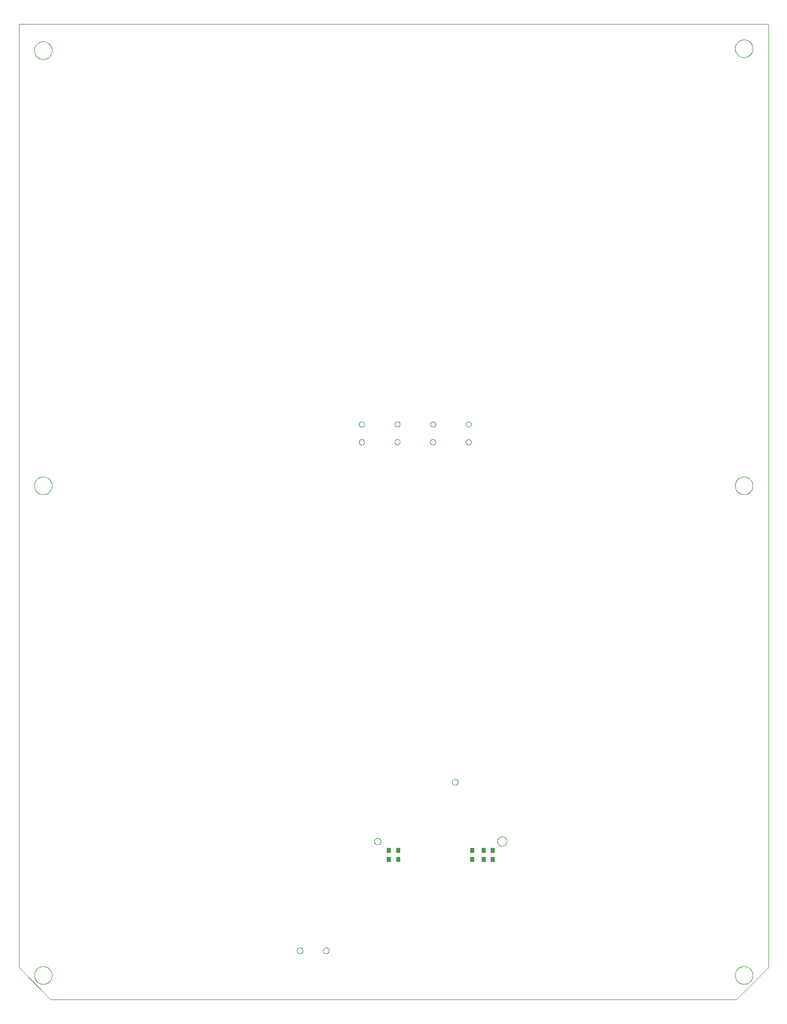
<source format=gbp>
G75*
%MOIN*%
%OFA0B0*%
%FSLAX25Y25*%
%IPPOS*%
%LPD*%
%AMOC8*
5,1,8,0,0,1.08239X$1,22.5*
%
%ADD10C,0.00000*%
%ADD11C,0.00010*%
%ADD12R,0.03150X0.03543*%
D10*
X0022250Y0001750D02*
X0001000Y0023000D01*
X0001000Y0651750D01*
X0501000Y0651750D01*
X0501000Y0023000D01*
X0479750Y0001750D01*
X0022250Y0001750D01*
X0011344Y0018000D02*
X0011346Y0018153D01*
X0011352Y0018307D01*
X0011362Y0018460D01*
X0011376Y0018612D01*
X0011394Y0018765D01*
X0011416Y0018916D01*
X0011441Y0019067D01*
X0011471Y0019218D01*
X0011505Y0019368D01*
X0011542Y0019516D01*
X0011583Y0019664D01*
X0011628Y0019810D01*
X0011677Y0019956D01*
X0011730Y0020100D01*
X0011786Y0020242D01*
X0011846Y0020383D01*
X0011910Y0020523D01*
X0011977Y0020661D01*
X0012048Y0020797D01*
X0012123Y0020931D01*
X0012200Y0021063D01*
X0012282Y0021193D01*
X0012366Y0021321D01*
X0012454Y0021447D01*
X0012545Y0021570D01*
X0012639Y0021691D01*
X0012737Y0021809D01*
X0012837Y0021925D01*
X0012941Y0022038D01*
X0013047Y0022149D01*
X0013156Y0022257D01*
X0013268Y0022362D01*
X0013382Y0022463D01*
X0013500Y0022562D01*
X0013619Y0022658D01*
X0013741Y0022751D01*
X0013866Y0022840D01*
X0013993Y0022927D01*
X0014122Y0023009D01*
X0014253Y0023089D01*
X0014386Y0023165D01*
X0014521Y0023238D01*
X0014658Y0023307D01*
X0014797Y0023372D01*
X0014937Y0023434D01*
X0015079Y0023492D01*
X0015222Y0023547D01*
X0015367Y0023598D01*
X0015513Y0023645D01*
X0015660Y0023688D01*
X0015808Y0023727D01*
X0015957Y0023763D01*
X0016107Y0023794D01*
X0016258Y0023822D01*
X0016409Y0023846D01*
X0016562Y0023866D01*
X0016714Y0023882D01*
X0016867Y0023894D01*
X0017020Y0023902D01*
X0017173Y0023906D01*
X0017327Y0023906D01*
X0017480Y0023902D01*
X0017633Y0023894D01*
X0017786Y0023882D01*
X0017938Y0023866D01*
X0018091Y0023846D01*
X0018242Y0023822D01*
X0018393Y0023794D01*
X0018543Y0023763D01*
X0018692Y0023727D01*
X0018840Y0023688D01*
X0018987Y0023645D01*
X0019133Y0023598D01*
X0019278Y0023547D01*
X0019421Y0023492D01*
X0019563Y0023434D01*
X0019703Y0023372D01*
X0019842Y0023307D01*
X0019979Y0023238D01*
X0020114Y0023165D01*
X0020247Y0023089D01*
X0020378Y0023009D01*
X0020507Y0022927D01*
X0020634Y0022840D01*
X0020759Y0022751D01*
X0020881Y0022658D01*
X0021000Y0022562D01*
X0021118Y0022463D01*
X0021232Y0022362D01*
X0021344Y0022257D01*
X0021453Y0022149D01*
X0021559Y0022038D01*
X0021663Y0021925D01*
X0021763Y0021809D01*
X0021861Y0021691D01*
X0021955Y0021570D01*
X0022046Y0021447D01*
X0022134Y0021321D01*
X0022218Y0021193D01*
X0022300Y0021063D01*
X0022377Y0020931D01*
X0022452Y0020797D01*
X0022523Y0020661D01*
X0022590Y0020523D01*
X0022654Y0020383D01*
X0022714Y0020242D01*
X0022770Y0020100D01*
X0022823Y0019956D01*
X0022872Y0019810D01*
X0022917Y0019664D01*
X0022958Y0019516D01*
X0022995Y0019368D01*
X0023029Y0019218D01*
X0023059Y0019067D01*
X0023084Y0018916D01*
X0023106Y0018765D01*
X0023124Y0018612D01*
X0023138Y0018460D01*
X0023148Y0018307D01*
X0023154Y0018153D01*
X0023156Y0018000D01*
X0023154Y0017847D01*
X0023148Y0017693D01*
X0023138Y0017540D01*
X0023124Y0017388D01*
X0023106Y0017235D01*
X0023084Y0017084D01*
X0023059Y0016933D01*
X0023029Y0016782D01*
X0022995Y0016632D01*
X0022958Y0016484D01*
X0022917Y0016336D01*
X0022872Y0016190D01*
X0022823Y0016044D01*
X0022770Y0015900D01*
X0022714Y0015758D01*
X0022654Y0015617D01*
X0022590Y0015477D01*
X0022523Y0015339D01*
X0022452Y0015203D01*
X0022377Y0015069D01*
X0022300Y0014937D01*
X0022218Y0014807D01*
X0022134Y0014679D01*
X0022046Y0014553D01*
X0021955Y0014430D01*
X0021861Y0014309D01*
X0021763Y0014191D01*
X0021663Y0014075D01*
X0021559Y0013962D01*
X0021453Y0013851D01*
X0021344Y0013743D01*
X0021232Y0013638D01*
X0021118Y0013537D01*
X0021000Y0013438D01*
X0020881Y0013342D01*
X0020759Y0013249D01*
X0020634Y0013160D01*
X0020507Y0013073D01*
X0020378Y0012991D01*
X0020247Y0012911D01*
X0020114Y0012835D01*
X0019979Y0012762D01*
X0019842Y0012693D01*
X0019703Y0012628D01*
X0019563Y0012566D01*
X0019421Y0012508D01*
X0019278Y0012453D01*
X0019133Y0012402D01*
X0018987Y0012355D01*
X0018840Y0012312D01*
X0018692Y0012273D01*
X0018543Y0012237D01*
X0018393Y0012206D01*
X0018242Y0012178D01*
X0018091Y0012154D01*
X0017938Y0012134D01*
X0017786Y0012118D01*
X0017633Y0012106D01*
X0017480Y0012098D01*
X0017327Y0012094D01*
X0017173Y0012094D01*
X0017020Y0012098D01*
X0016867Y0012106D01*
X0016714Y0012118D01*
X0016562Y0012134D01*
X0016409Y0012154D01*
X0016258Y0012178D01*
X0016107Y0012206D01*
X0015957Y0012237D01*
X0015808Y0012273D01*
X0015660Y0012312D01*
X0015513Y0012355D01*
X0015367Y0012402D01*
X0015222Y0012453D01*
X0015079Y0012508D01*
X0014937Y0012566D01*
X0014797Y0012628D01*
X0014658Y0012693D01*
X0014521Y0012762D01*
X0014386Y0012835D01*
X0014253Y0012911D01*
X0014122Y0012991D01*
X0013993Y0013073D01*
X0013866Y0013160D01*
X0013741Y0013249D01*
X0013619Y0013342D01*
X0013500Y0013438D01*
X0013382Y0013537D01*
X0013268Y0013638D01*
X0013156Y0013743D01*
X0013047Y0013851D01*
X0012941Y0013962D01*
X0012837Y0014075D01*
X0012737Y0014191D01*
X0012639Y0014309D01*
X0012545Y0014430D01*
X0012454Y0014553D01*
X0012366Y0014679D01*
X0012282Y0014807D01*
X0012200Y0014937D01*
X0012123Y0015069D01*
X0012048Y0015203D01*
X0011977Y0015339D01*
X0011910Y0015477D01*
X0011846Y0015617D01*
X0011786Y0015758D01*
X0011730Y0015900D01*
X0011677Y0016044D01*
X0011628Y0016190D01*
X0011583Y0016336D01*
X0011542Y0016484D01*
X0011505Y0016632D01*
X0011471Y0016782D01*
X0011441Y0016933D01*
X0011416Y0017084D01*
X0011394Y0017235D01*
X0011376Y0017388D01*
X0011362Y0017540D01*
X0011352Y0017693D01*
X0011346Y0017847D01*
X0011344Y0018000D01*
X0186620Y0034437D02*
X0186622Y0034525D01*
X0186628Y0034613D01*
X0186638Y0034701D01*
X0186652Y0034789D01*
X0186669Y0034875D01*
X0186691Y0034961D01*
X0186716Y0035045D01*
X0186746Y0035129D01*
X0186778Y0035211D01*
X0186815Y0035291D01*
X0186855Y0035370D01*
X0186899Y0035447D01*
X0186946Y0035522D01*
X0186996Y0035594D01*
X0187050Y0035665D01*
X0187106Y0035732D01*
X0187166Y0035798D01*
X0187228Y0035860D01*
X0187294Y0035920D01*
X0187361Y0035976D01*
X0187432Y0036030D01*
X0187504Y0036080D01*
X0187579Y0036127D01*
X0187656Y0036171D01*
X0187735Y0036211D01*
X0187815Y0036248D01*
X0187897Y0036280D01*
X0187981Y0036310D01*
X0188065Y0036335D01*
X0188151Y0036357D01*
X0188237Y0036374D01*
X0188325Y0036388D01*
X0188413Y0036398D01*
X0188501Y0036404D01*
X0188589Y0036406D01*
X0188677Y0036404D01*
X0188765Y0036398D01*
X0188853Y0036388D01*
X0188941Y0036374D01*
X0189027Y0036357D01*
X0189113Y0036335D01*
X0189197Y0036310D01*
X0189281Y0036280D01*
X0189363Y0036248D01*
X0189443Y0036211D01*
X0189522Y0036171D01*
X0189599Y0036127D01*
X0189674Y0036080D01*
X0189746Y0036030D01*
X0189817Y0035976D01*
X0189884Y0035920D01*
X0189950Y0035860D01*
X0190012Y0035798D01*
X0190072Y0035732D01*
X0190128Y0035665D01*
X0190182Y0035594D01*
X0190232Y0035522D01*
X0190279Y0035447D01*
X0190323Y0035370D01*
X0190363Y0035291D01*
X0190400Y0035211D01*
X0190432Y0035129D01*
X0190462Y0035045D01*
X0190487Y0034961D01*
X0190509Y0034875D01*
X0190526Y0034789D01*
X0190540Y0034701D01*
X0190550Y0034613D01*
X0190556Y0034525D01*
X0190558Y0034437D01*
X0190556Y0034349D01*
X0190550Y0034261D01*
X0190540Y0034173D01*
X0190526Y0034085D01*
X0190509Y0033999D01*
X0190487Y0033913D01*
X0190462Y0033829D01*
X0190432Y0033745D01*
X0190400Y0033663D01*
X0190363Y0033583D01*
X0190323Y0033504D01*
X0190279Y0033427D01*
X0190232Y0033352D01*
X0190182Y0033280D01*
X0190128Y0033209D01*
X0190072Y0033142D01*
X0190012Y0033076D01*
X0189950Y0033014D01*
X0189884Y0032954D01*
X0189817Y0032898D01*
X0189746Y0032844D01*
X0189674Y0032794D01*
X0189599Y0032747D01*
X0189522Y0032703D01*
X0189443Y0032663D01*
X0189363Y0032626D01*
X0189281Y0032594D01*
X0189197Y0032564D01*
X0189113Y0032539D01*
X0189027Y0032517D01*
X0188941Y0032500D01*
X0188853Y0032486D01*
X0188765Y0032476D01*
X0188677Y0032470D01*
X0188589Y0032468D01*
X0188501Y0032470D01*
X0188413Y0032476D01*
X0188325Y0032486D01*
X0188237Y0032500D01*
X0188151Y0032517D01*
X0188065Y0032539D01*
X0187981Y0032564D01*
X0187897Y0032594D01*
X0187815Y0032626D01*
X0187735Y0032663D01*
X0187656Y0032703D01*
X0187579Y0032747D01*
X0187504Y0032794D01*
X0187432Y0032844D01*
X0187361Y0032898D01*
X0187294Y0032954D01*
X0187228Y0033014D01*
X0187166Y0033076D01*
X0187106Y0033142D01*
X0187050Y0033209D01*
X0186996Y0033280D01*
X0186946Y0033352D01*
X0186899Y0033427D01*
X0186855Y0033504D01*
X0186815Y0033583D01*
X0186778Y0033663D01*
X0186746Y0033745D01*
X0186716Y0033829D01*
X0186691Y0033913D01*
X0186669Y0033999D01*
X0186652Y0034085D01*
X0186638Y0034173D01*
X0186628Y0034261D01*
X0186622Y0034349D01*
X0186620Y0034437D01*
X0203942Y0034437D02*
X0203944Y0034525D01*
X0203950Y0034613D01*
X0203960Y0034701D01*
X0203974Y0034789D01*
X0203991Y0034875D01*
X0204013Y0034961D01*
X0204038Y0035045D01*
X0204068Y0035129D01*
X0204100Y0035211D01*
X0204137Y0035291D01*
X0204177Y0035370D01*
X0204221Y0035447D01*
X0204268Y0035522D01*
X0204318Y0035594D01*
X0204372Y0035665D01*
X0204428Y0035732D01*
X0204488Y0035798D01*
X0204550Y0035860D01*
X0204616Y0035920D01*
X0204683Y0035976D01*
X0204754Y0036030D01*
X0204826Y0036080D01*
X0204901Y0036127D01*
X0204978Y0036171D01*
X0205057Y0036211D01*
X0205137Y0036248D01*
X0205219Y0036280D01*
X0205303Y0036310D01*
X0205387Y0036335D01*
X0205473Y0036357D01*
X0205559Y0036374D01*
X0205647Y0036388D01*
X0205735Y0036398D01*
X0205823Y0036404D01*
X0205911Y0036406D01*
X0205999Y0036404D01*
X0206087Y0036398D01*
X0206175Y0036388D01*
X0206263Y0036374D01*
X0206349Y0036357D01*
X0206435Y0036335D01*
X0206519Y0036310D01*
X0206603Y0036280D01*
X0206685Y0036248D01*
X0206765Y0036211D01*
X0206844Y0036171D01*
X0206921Y0036127D01*
X0206996Y0036080D01*
X0207068Y0036030D01*
X0207139Y0035976D01*
X0207206Y0035920D01*
X0207272Y0035860D01*
X0207334Y0035798D01*
X0207394Y0035732D01*
X0207450Y0035665D01*
X0207504Y0035594D01*
X0207554Y0035522D01*
X0207601Y0035447D01*
X0207645Y0035370D01*
X0207685Y0035291D01*
X0207722Y0035211D01*
X0207754Y0035129D01*
X0207784Y0035045D01*
X0207809Y0034961D01*
X0207831Y0034875D01*
X0207848Y0034789D01*
X0207862Y0034701D01*
X0207872Y0034613D01*
X0207878Y0034525D01*
X0207880Y0034437D01*
X0207878Y0034349D01*
X0207872Y0034261D01*
X0207862Y0034173D01*
X0207848Y0034085D01*
X0207831Y0033999D01*
X0207809Y0033913D01*
X0207784Y0033829D01*
X0207754Y0033745D01*
X0207722Y0033663D01*
X0207685Y0033583D01*
X0207645Y0033504D01*
X0207601Y0033427D01*
X0207554Y0033352D01*
X0207504Y0033280D01*
X0207450Y0033209D01*
X0207394Y0033142D01*
X0207334Y0033076D01*
X0207272Y0033014D01*
X0207206Y0032954D01*
X0207139Y0032898D01*
X0207068Y0032844D01*
X0206996Y0032794D01*
X0206921Y0032747D01*
X0206844Y0032703D01*
X0206765Y0032663D01*
X0206685Y0032626D01*
X0206603Y0032594D01*
X0206519Y0032564D01*
X0206435Y0032539D01*
X0206349Y0032517D01*
X0206263Y0032500D01*
X0206175Y0032486D01*
X0206087Y0032476D01*
X0205999Y0032470D01*
X0205911Y0032468D01*
X0205823Y0032470D01*
X0205735Y0032476D01*
X0205647Y0032486D01*
X0205559Y0032500D01*
X0205473Y0032517D01*
X0205387Y0032539D01*
X0205303Y0032564D01*
X0205219Y0032594D01*
X0205137Y0032626D01*
X0205057Y0032663D01*
X0204978Y0032703D01*
X0204901Y0032747D01*
X0204826Y0032794D01*
X0204754Y0032844D01*
X0204683Y0032898D01*
X0204616Y0032954D01*
X0204550Y0033014D01*
X0204488Y0033076D01*
X0204428Y0033142D01*
X0204372Y0033209D01*
X0204318Y0033280D01*
X0204268Y0033352D01*
X0204221Y0033427D01*
X0204177Y0033504D01*
X0204137Y0033583D01*
X0204100Y0033663D01*
X0204068Y0033745D01*
X0204038Y0033829D01*
X0204013Y0033913D01*
X0203991Y0033999D01*
X0203974Y0034085D01*
X0203960Y0034173D01*
X0203950Y0034261D01*
X0203944Y0034349D01*
X0203942Y0034437D01*
X0238166Y0107232D02*
X0238168Y0107325D01*
X0238174Y0107417D01*
X0238184Y0107509D01*
X0238198Y0107600D01*
X0238215Y0107691D01*
X0238237Y0107781D01*
X0238262Y0107870D01*
X0238291Y0107958D01*
X0238324Y0108044D01*
X0238361Y0108129D01*
X0238401Y0108213D01*
X0238445Y0108294D01*
X0238492Y0108374D01*
X0238542Y0108452D01*
X0238596Y0108527D01*
X0238653Y0108600D01*
X0238713Y0108670D01*
X0238776Y0108738D01*
X0238842Y0108803D01*
X0238910Y0108865D01*
X0238981Y0108925D01*
X0239055Y0108981D01*
X0239131Y0109034D01*
X0239209Y0109083D01*
X0239289Y0109130D01*
X0239371Y0109172D01*
X0239455Y0109212D01*
X0239540Y0109247D01*
X0239627Y0109279D01*
X0239715Y0109308D01*
X0239804Y0109332D01*
X0239894Y0109353D01*
X0239985Y0109369D01*
X0240077Y0109382D01*
X0240169Y0109391D01*
X0240262Y0109396D01*
X0240354Y0109397D01*
X0240447Y0109394D01*
X0240539Y0109387D01*
X0240631Y0109376D01*
X0240722Y0109361D01*
X0240813Y0109343D01*
X0240903Y0109320D01*
X0240991Y0109294D01*
X0241079Y0109264D01*
X0241165Y0109230D01*
X0241249Y0109193D01*
X0241332Y0109151D01*
X0241413Y0109107D01*
X0241493Y0109059D01*
X0241570Y0109008D01*
X0241644Y0108953D01*
X0241717Y0108895D01*
X0241787Y0108835D01*
X0241854Y0108771D01*
X0241918Y0108705D01*
X0241980Y0108635D01*
X0242038Y0108564D01*
X0242093Y0108490D01*
X0242145Y0108413D01*
X0242194Y0108334D01*
X0242240Y0108254D01*
X0242282Y0108171D01*
X0242320Y0108087D01*
X0242355Y0108001D01*
X0242386Y0107914D01*
X0242413Y0107826D01*
X0242436Y0107736D01*
X0242456Y0107646D01*
X0242472Y0107555D01*
X0242484Y0107463D01*
X0242492Y0107371D01*
X0242496Y0107278D01*
X0242496Y0107186D01*
X0242492Y0107093D01*
X0242484Y0107001D01*
X0242472Y0106909D01*
X0242456Y0106818D01*
X0242436Y0106728D01*
X0242413Y0106638D01*
X0242386Y0106550D01*
X0242355Y0106463D01*
X0242320Y0106377D01*
X0242282Y0106293D01*
X0242240Y0106210D01*
X0242194Y0106130D01*
X0242145Y0106051D01*
X0242093Y0105974D01*
X0242038Y0105900D01*
X0241980Y0105829D01*
X0241918Y0105759D01*
X0241854Y0105693D01*
X0241787Y0105629D01*
X0241717Y0105569D01*
X0241644Y0105511D01*
X0241570Y0105456D01*
X0241493Y0105405D01*
X0241414Y0105357D01*
X0241332Y0105313D01*
X0241249Y0105271D01*
X0241165Y0105234D01*
X0241079Y0105200D01*
X0240991Y0105170D01*
X0240903Y0105144D01*
X0240813Y0105121D01*
X0240722Y0105103D01*
X0240631Y0105088D01*
X0240539Y0105077D01*
X0240447Y0105070D01*
X0240354Y0105067D01*
X0240262Y0105068D01*
X0240169Y0105073D01*
X0240077Y0105082D01*
X0239985Y0105095D01*
X0239894Y0105111D01*
X0239804Y0105132D01*
X0239715Y0105156D01*
X0239627Y0105185D01*
X0239540Y0105217D01*
X0239455Y0105252D01*
X0239371Y0105292D01*
X0239289Y0105334D01*
X0239209Y0105381D01*
X0239131Y0105430D01*
X0239055Y0105483D01*
X0238981Y0105539D01*
X0238910Y0105599D01*
X0238842Y0105661D01*
X0238776Y0105726D01*
X0238713Y0105794D01*
X0238653Y0105864D01*
X0238596Y0105937D01*
X0238542Y0106012D01*
X0238492Y0106090D01*
X0238445Y0106170D01*
X0238401Y0106251D01*
X0238361Y0106335D01*
X0238324Y0106420D01*
X0238291Y0106506D01*
X0238262Y0106594D01*
X0238237Y0106683D01*
X0238215Y0106773D01*
X0238198Y0106864D01*
X0238184Y0106955D01*
X0238174Y0107047D01*
X0238168Y0107139D01*
X0238166Y0107232D01*
X0320252Y0107232D02*
X0320254Y0107344D01*
X0320260Y0107455D01*
X0320270Y0107567D01*
X0320284Y0107678D01*
X0320301Y0107788D01*
X0320323Y0107898D01*
X0320349Y0108007D01*
X0320378Y0108115D01*
X0320411Y0108221D01*
X0320448Y0108327D01*
X0320489Y0108431D01*
X0320534Y0108534D01*
X0320582Y0108635D01*
X0320633Y0108734D01*
X0320688Y0108831D01*
X0320747Y0108926D01*
X0320808Y0109020D01*
X0320873Y0109111D01*
X0320942Y0109199D01*
X0321013Y0109285D01*
X0321087Y0109369D01*
X0321165Y0109449D01*
X0321245Y0109527D01*
X0321328Y0109603D01*
X0321413Y0109675D01*
X0321501Y0109744D01*
X0321591Y0109810D01*
X0321684Y0109872D01*
X0321779Y0109932D01*
X0321876Y0109988D01*
X0321974Y0110040D01*
X0322075Y0110089D01*
X0322177Y0110134D01*
X0322281Y0110176D01*
X0322386Y0110214D01*
X0322493Y0110248D01*
X0322600Y0110278D01*
X0322709Y0110305D01*
X0322818Y0110327D01*
X0322929Y0110346D01*
X0323039Y0110361D01*
X0323151Y0110372D01*
X0323262Y0110379D01*
X0323374Y0110382D01*
X0323486Y0110381D01*
X0323598Y0110376D01*
X0323709Y0110367D01*
X0323820Y0110354D01*
X0323931Y0110337D01*
X0324041Y0110317D01*
X0324150Y0110292D01*
X0324258Y0110264D01*
X0324365Y0110231D01*
X0324471Y0110195D01*
X0324575Y0110155D01*
X0324678Y0110112D01*
X0324780Y0110065D01*
X0324879Y0110014D01*
X0324977Y0109960D01*
X0325073Y0109902D01*
X0325167Y0109841D01*
X0325258Y0109777D01*
X0325347Y0109710D01*
X0325434Y0109639D01*
X0325518Y0109565D01*
X0325600Y0109489D01*
X0325678Y0109409D01*
X0325754Y0109327D01*
X0325827Y0109242D01*
X0325897Y0109155D01*
X0325963Y0109065D01*
X0326027Y0108973D01*
X0326087Y0108879D01*
X0326144Y0108783D01*
X0326197Y0108684D01*
X0326247Y0108584D01*
X0326293Y0108483D01*
X0326336Y0108379D01*
X0326375Y0108274D01*
X0326410Y0108168D01*
X0326441Y0108061D01*
X0326469Y0107952D01*
X0326492Y0107843D01*
X0326512Y0107733D01*
X0326528Y0107622D01*
X0326540Y0107511D01*
X0326548Y0107400D01*
X0326552Y0107288D01*
X0326552Y0107176D01*
X0326548Y0107064D01*
X0326540Y0106953D01*
X0326528Y0106842D01*
X0326512Y0106731D01*
X0326492Y0106621D01*
X0326469Y0106512D01*
X0326441Y0106403D01*
X0326410Y0106296D01*
X0326375Y0106190D01*
X0326336Y0106085D01*
X0326293Y0105981D01*
X0326247Y0105880D01*
X0326197Y0105780D01*
X0326144Y0105681D01*
X0326087Y0105585D01*
X0326027Y0105491D01*
X0325963Y0105399D01*
X0325897Y0105309D01*
X0325827Y0105222D01*
X0325754Y0105137D01*
X0325678Y0105055D01*
X0325600Y0104975D01*
X0325518Y0104899D01*
X0325434Y0104825D01*
X0325347Y0104754D01*
X0325258Y0104687D01*
X0325167Y0104623D01*
X0325073Y0104562D01*
X0324977Y0104504D01*
X0324879Y0104450D01*
X0324780Y0104399D01*
X0324678Y0104352D01*
X0324575Y0104309D01*
X0324471Y0104269D01*
X0324365Y0104233D01*
X0324258Y0104200D01*
X0324150Y0104172D01*
X0324041Y0104147D01*
X0323931Y0104127D01*
X0323820Y0104110D01*
X0323709Y0104097D01*
X0323598Y0104088D01*
X0323486Y0104083D01*
X0323374Y0104082D01*
X0323262Y0104085D01*
X0323151Y0104092D01*
X0323039Y0104103D01*
X0322929Y0104118D01*
X0322818Y0104137D01*
X0322709Y0104159D01*
X0322600Y0104186D01*
X0322493Y0104216D01*
X0322386Y0104250D01*
X0322281Y0104288D01*
X0322177Y0104330D01*
X0322075Y0104375D01*
X0321974Y0104424D01*
X0321876Y0104476D01*
X0321779Y0104532D01*
X0321684Y0104592D01*
X0321591Y0104654D01*
X0321501Y0104720D01*
X0321413Y0104789D01*
X0321328Y0104861D01*
X0321245Y0104937D01*
X0321165Y0105015D01*
X0321087Y0105095D01*
X0321013Y0105179D01*
X0320942Y0105265D01*
X0320873Y0105353D01*
X0320808Y0105444D01*
X0320747Y0105538D01*
X0320688Y0105633D01*
X0320633Y0105730D01*
X0320582Y0105829D01*
X0320534Y0105930D01*
X0320489Y0106033D01*
X0320448Y0106137D01*
X0320411Y0106243D01*
X0320378Y0106349D01*
X0320349Y0106457D01*
X0320323Y0106566D01*
X0320301Y0106676D01*
X0320284Y0106786D01*
X0320270Y0106897D01*
X0320260Y0107009D01*
X0320254Y0107120D01*
X0320252Y0107232D01*
X0478844Y0018000D02*
X0478846Y0018153D01*
X0478852Y0018307D01*
X0478862Y0018460D01*
X0478876Y0018612D01*
X0478894Y0018765D01*
X0478916Y0018916D01*
X0478941Y0019067D01*
X0478971Y0019218D01*
X0479005Y0019368D01*
X0479042Y0019516D01*
X0479083Y0019664D01*
X0479128Y0019810D01*
X0479177Y0019956D01*
X0479230Y0020100D01*
X0479286Y0020242D01*
X0479346Y0020383D01*
X0479410Y0020523D01*
X0479477Y0020661D01*
X0479548Y0020797D01*
X0479623Y0020931D01*
X0479700Y0021063D01*
X0479782Y0021193D01*
X0479866Y0021321D01*
X0479954Y0021447D01*
X0480045Y0021570D01*
X0480139Y0021691D01*
X0480237Y0021809D01*
X0480337Y0021925D01*
X0480441Y0022038D01*
X0480547Y0022149D01*
X0480656Y0022257D01*
X0480768Y0022362D01*
X0480882Y0022463D01*
X0481000Y0022562D01*
X0481119Y0022658D01*
X0481241Y0022751D01*
X0481366Y0022840D01*
X0481493Y0022927D01*
X0481622Y0023009D01*
X0481753Y0023089D01*
X0481886Y0023165D01*
X0482021Y0023238D01*
X0482158Y0023307D01*
X0482297Y0023372D01*
X0482437Y0023434D01*
X0482579Y0023492D01*
X0482722Y0023547D01*
X0482867Y0023598D01*
X0483013Y0023645D01*
X0483160Y0023688D01*
X0483308Y0023727D01*
X0483457Y0023763D01*
X0483607Y0023794D01*
X0483758Y0023822D01*
X0483909Y0023846D01*
X0484062Y0023866D01*
X0484214Y0023882D01*
X0484367Y0023894D01*
X0484520Y0023902D01*
X0484673Y0023906D01*
X0484827Y0023906D01*
X0484980Y0023902D01*
X0485133Y0023894D01*
X0485286Y0023882D01*
X0485438Y0023866D01*
X0485591Y0023846D01*
X0485742Y0023822D01*
X0485893Y0023794D01*
X0486043Y0023763D01*
X0486192Y0023727D01*
X0486340Y0023688D01*
X0486487Y0023645D01*
X0486633Y0023598D01*
X0486778Y0023547D01*
X0486921Y0023492D01*
X0487063Y0023434D01*
X0487203Y0023372D01*
X0487342Y0023307D01*
X0487479Y0023238D01*
X0487614Y0023165D01*
X0487747Y0023089D01*
X0487878Y0023009D01*
X0488007Y0022927D01*
X0488134Y0022840D01*
X0488259Y0022751D01*
X0488381Y0022658D01*
X0488500Y0022562D01*
X0488618Y0022463D01*
X0488732Y0022362D01*
X0488844Y0022257D01*
X0488953Y0022149D01*
X0489059Y0022038D01*
X0489163Y0021925D01*
X0489263Y0021809D01*
X0489361Y0021691D01*
X0489455Y0021570D01*
X0489546Y0021447D01*
X0489634Y0021321D01*
X0489718Y0021193D01*
X0489800Y0021063D01*
X0489877Y0020931D01*
X0489952Y0020797D01*
X0490023Y0020661D01*
X0490090Y0020523D01*
X0490154Y0020383D01*
X0490214Y0020242D01*
X0490270Y0020100D01*
X0490323Y0019956D01*
X0490372Y0019810D01*
X0490417Y0019664D01*
X0490458Y0019516D01*
X0490495Y0019368D01*
X0490529Y0019218D01*
X0490559Y0019067D01*
X0490584Y0018916D01*
X0490606Y0018765D01*
X0490624Y0018612D01*
X0490638Y0018460D01*
X0490648Y0018307D01*
X0490654Y0018153D01*
X0490656Y0018000D01*
X0490654Y0017847D01*
X0490648Y0017693D01*
X0490638Y0017540D01*
X0490624Y0017388D01*
X0490606Y0017235D01*
X0490584Y0017084D01*
X0490559Y0016933D01*
X0490529Y0016782D01*
X0490495Y0016632D01*
X0490458Y0016484D01*
X0490417Y0016336D01*
X0490372Y0016190D01*
X0490323Y0016044D01*
X0490270Y0015900D01*
X0490214Y0015758D01*
X0490154Y0015617D01*
X0490090Y0015477D01*
X0490023Y0015339D01*
X0489952Y0015203D01*
X0489877Y0015069D01*
X0489800Y0014937D01*
X0489718Y0014807D01*
X0489634Y0014679D01*
X0489546Y0014553D01*
X0489455Y0014430D01*
X0489361Y0014309D01*
X0489263Y0014191D01*
X0489163Y0014075D01*
X0489059Y0013962D01*
X0488953Y0013851D01*
X0488844Y0013743D01*
X0488732Y0013638D01*
X0488618Y0013537D01*
X0488500Y0013438D01*
X0488381Y0013342D01*
X0488259Y0013249D01*
X0488134Y0013160D01*
X0488007Y0013073D01*
X0487878Y0012991D01*
X0487747Y0012911D01*
X0487614Y0012835D01*
X0487479Y0012762D01*
X0487342Y0012693D01*
X0487203Y0012628D01*
X0487063Y0012566D01*
X0486921Y0012508D01*
X0486778Y0012453D01*
X0486633Y0012402D01*
X0486487Y0012355D01*
X0486340Y0012312D01*
X0486192Y0012273D01*
X0486043Y0012237D01*
X0485893Y0012206D01*
X0485742Y0012178D01*
X0485591Y0012154D01*
X0485438Y0012134D01*
X0485286Y0012118D01*
X0485133Y0012106D01*
X0484980Y0012098D01*
X0484827Y0012094D01*
X0484673Y0012094D01*
X0484520Y0012098D01*
X0484367Y0012106D01*
X0484214Y0012118D01*
X0484062Y0012134D01*
X0483909Y0012154D01*
X0483758Y0012178D01*
X0483607Y0012206D01*
X0483457Y0012237D01*
X0483308Y0012273D01*
X0483160Y0012312D01*
X0483013Y0012355D01*
X0482867Y0012402D01*
X0482722Y0012453D01*
X0482579Y0012508D01*
X0482437Y0012566D01*
X0482297Y0012628D01*
X0482158Y0012693D01*
X0482021Y0012762D01*
X0481886Y0012835D01*
X0481753Y0012911D01*
X0481622Y0012991D01*
X0481493Y0013073D01*
X0481366Y0013160D01*
X0481241Y0013249D01*
X0481119Y0013342D01*
X0481000Y0013438D01*
X0480882Y0013537D01*
X0480768Y0013638D01*
X0480656Y0013743D01*
X0480547Y0013851D01*
X0480441Y0013962D01*
X0480337Y0014075D01*
X0480237Y0014191D01*
X0480139Y0014309D01*
X0480045Y0014430D01*
X0479954Y0014553D01*
X0479866Y0014679D01*
X0479782Y0014807D01*
X0479700Y0014937D01*
X0479623Y0015069D01*
X0479548Y0015203D01*
X0479477Y0015339D01*
X0479410Y0015477D01*
X0479346Y0015617D01*
X0479286Y0015758D01*
X0479230Y0015900D01*
X0479177Y0016044D01*
X0479128Y0016190D01*
X0479083Y0016336D01*
X0479042Y0016484D01*
X0479005Y0016632D01*
X0478971Y0016782D01*
X0478941Y0016933D01*
X0478916Y0017084D01*
X0478894Y0017235D01*
X0478876Y0017388D01*
X0478862Y0017540D01*
X0478852Y0017693D01*
X0478846Y0017847D01*
X0478844Y0018000D01*
X0478844Y0344250D02*
X0478846Y0344403D01*
X0478852Y0344557D01*
X0478862Y0344710D01*
X0478876Y0344862D01*
X0478894Y0345015D01*
X0478916Y0345166D01*
X0478941Y0345317D01*
X0478971Y0345468D01*
X0479005Y0345618D01*
X0479042Y0345766D01*
X0479083Y0345914D01*
X0479128Y0346060D01*
X0479177Y0346206D01*
X0479230Y0346350D01*
X0479286Y0346492D01*
X0479346Y0346633D01*
X0479410Y0346773D01*
X0479477Y0346911D01*
X0479548Y0347047D01*
X0479623Y0347181D01*
X0479700Y0347313D01*
X0479782Y0347443D01*
X0479866Y0347571D01*
X0479954Y0347697D01*
X0480045Y0347820D01*
X0480139Y0347941D01*
X0480237Y0348059D01*
X0480337Y0348175D01*
X0480441Y0348288D01*
X0480547Y0348399D01*
X0480656Y0348507D01*
X0480768Y0348612D01*
X0480882Y0348713D01*
X0481000Y0348812D01*
X0481119Y0348908D01*
X0481241Y0349001D01*
X0481366Y0349090D01*
X0481493Y0349177D01*
X0481622Y0349259D01*
X0481753Y0349339D01*
X0481886Y0349415D01*
X0482021Y0349488D01*
X0482158Y0349557D01*
X0482297Y0349622D01*
X0482437Y0349684D01*
X0482579Y0349742D01*
X0482722Y0349797D01*
X0482867Y0349848D01*
X0483013Y0349895D01*
X0483160Y0349938D01*
X0483308Y0349977D01*
X0483457Y0350013D01*
X0483607Y0350044D01*
X0483758Y0350072D01*
X0483909Y0350096D01*
X0484062Y0350116D01*
X0484214Y0350132D01*
X0484367Y0350144D01*
X0484520Y0350152D01*
X0484673Y0350156D01*
X0484827Y0350156D01*
X0484980Y0350152D01*
X0485133Y0350144D01*
X0485286Y0350132D01*
X0485438Y0350116D01*
X0485591Y0350096D01*
X0485742Y0350072D01*
X0485893Y0350044D01*
X0486043Y0350013D01*
X0486192Y0349977D01*
X0486340Y0349938D01*
X0486487Y0349895D01*
X0486633Y0349848D01*
X0486778Y0349797D01*
X0486921Y0349742D01*
X0487063Y0349684D01*
X0487203Y0349622D01*
X0487342Y0349557D01*
X0487479Y0349488D01*
X0487614Y0349415D01*
X0487747Y0349339D01*
X0487878Y0349259D01*
X0488007Y0349177D01*
X0488134Y0349090D01*
X0488259Y0349001D01*
X0488381Y0348908D01*
X0488500Y0348812D01*
X0488618Y0348713D01*
X0488732Y0348612D01*
X0488844Y0348507D01*
X0488953Y0348399D01*
X0489059Y0348288D01*
X0489163Y0348175D01*
X0489263Y0348059D01*
X0489361Y0347941D01*
X0489455Y0347820D01*
X0489546Y0347697D01*
X0489634Y0347571D01*
X0489718Y0347443D01*
X0489800Y0347313D01*
X0489877Y0347181D01*
X0489952Y0347047D01*
X0490023Y0346911D01*
X0490090Y0346773D01*
X0490154Y0346633D01*
X0490214Y0346492D01*
X0490270Y0346350D01*
X0490323Y0346206D01*
X0490372Y0346060D01*
X0490417Y0345914D01*
X0490458Y0345766D01*
X0490495Y0345618D01*
X0490529Y0345468D01*
X0490559Y0345317D01*
X0490584Y0345166D01*
X0490606Y0345015D01*
X0490624Y0344862D01*
X0490638Y0344710D01*
X0490648Y0344557D01*
X0490654Y0344403D01*
X0490656Y0344250D01*
X0490654Y0344097D01*
X0490648Y0343943D01*
X0490638Y0343790D01*
X0490624Y0343638D01*
X0490606Y0343485D01*
X0490584Y0343334D01*
X0490559Y0343183D01*
X0490529Y0343032D01*
X0490495Y0342882D01*
X0490458Y0342734D01*
X0490417Y0342586D01*
X0490372Y0342440D01*
X0490323Y0342294D01*
X0490270Y0342150D01*
X0490214Y0342008D01*
X0490154Y0341867D01*
X0490090Y0341727D01*
X0490023Y0341589D01*
X0489952Y0341453D01*
X0489877Y0341319D01*
X0489800Y0341187D01*
X0489718Y0341057D01*
X0489634Y0340929D01*
X0489546Y0340803D01*
X0489455Y0340680D01*
X0489361Y0340559D01*
X0489263Y0340441D01*
X0489163Y0340325D01*
X0489059Y0340212D01*
X0488953Y0340101D01*
X0488844Y0339993D01*
X0488732Y0339888D01*
X0488618Y0339787D01*
X0488500Y0339688D01*
X0488381Y0339592D01*
X0488259Y0339499D01*
X0488134Y0339410D01*
X0488007Y0339323D01*
X0487878Y0339241D01*
X0487747Y0339161D01*
X0487614Y0339085D01*
X0487479Y0339012D01*
X0487342Y0338943D01*
X0487203Y0338878D01*
X0487063Y0338816D01*
X0486921Y0338758D01*
X0486778Y0338703D01*
X0486633Y0338652D01*
X0486487Y0338605D01*
X0486340Y0338562D01*
X0486192Y0338523D01*
X0486043Y0338487D01*
X0485893Y0338456D01*
X0485742Y0338428D01*
X0485591Y0338404D01*
X0485438Y0338384D01*
X0485286Y0338368D01*
X0485133Y0338356D01*
X0484980Y0338348D01*
X0484827Y0338344D01*
X0484673Y0338344D01*
X0484520Y0338348D01*
X0484367Y0338356D01*
X0484214Y0338368D01*
X0484062Y0338384D01*
X0483909Y0338404D01*
X0483758Y0338428D01*
X0483607Y0338456D01*
X0483457Y0338487D01*
X0483308Y0338523D01*
X0483160Y0338562D01*
X0483013Y0338605D01*
X0482867Y0338652D01*
X0482722Y0338703D01*
X0482579Y0338758D01*
X0482437Y0338816D01*
X0482297Y0338878D01*
X0482158Y0338943D01*
X0482021Y0339012D01*
X0481886Y0339085D01*
X0481753Y0339161D01*
X0481622Y0339241D01*
X0481493Y0339323D01*
X0481366Y0339410D01*
X0481241Y0339499D01*
X0481119Y0339592D01*
X0481000Y0339688D01*
X0480882Y0339787D01*
X0480768Y0339888D01*
X0480656Y0339993D01*
X0480547Y0340101D01*
X0480441Y0340212D01*
X0480337Y0340325D01*
X0480237Y0340441D01*
X0480139Y0340559D01*
X0480045Y0340680D01*
X0479954Y0340803D01*
X0479866Y0340929D01*
X0479782Y0341057D01*
X0479700Y0341187D01*
X0479623Y0341319D01*
X0479548Y0341453D01*
X0479477Y0341589D01*
X0479410Y0341727D01*
X0479346Y0341867D01*
X0479286Y0342008D01*
X0479230Y0342150D01*
X0479177Y0342294D01*
X0479128Y0342440D01*
X0479083Y0342586D01*
X0479042Y0342734D01*
X0479005Y0342882D01*
X0478971Y0343032D01*
X0478941Y0343183D01*
X0478916Y0343334D01*
X0478894Y0343485D01*
X0478876Y0343638D01*
X0478862Y0343790D01*
X0478852Y0343943D01*
X0478846Y0344097D01*
X0478844Y0344250D01*
X0299228Y0373344D02*
X0299230Y0373428D01*
X0299236Y0373511D01*
X0299246Y0373594D01*
X0299260Y0373677D01*
X0299277Y0373759D01*
X0299299Y0373840D01*
X0299324Y0373919D01*
X0299353Y0373998D01*
X0299386Y0374075D01*
X0299422Y0374150D01*
X0299462Y0374224D01*
X0299505Y0374296D01*
X0299552Y0374365D01*
X0299602Y0374432D01*
X0299655Y0374497D01*
X0299711Y0374559D01*
X0299769Y0374619D01*
X0299831Y0374676D01*
X0299895Y0374729D01*
X0299962Y0374780D01*
X0300031Y0374827D01*
X0300102Y0374872D01*
X0300175Y0374912D01*
X0300250Y0374949D01*
X0300327Y0374983D01*
X0300405Y0375013D01*
X0300484Y0375039D01*
X0300565Y0375062D01*
X0300647Y0375080D01*
X0300729Y0375095D01*
X0300812Y0375106D01*
X0300895Y0375113D01*
X0300979Y0375116D01*
X0301063Y0375115D01*
X0301146Y0375110D01*
X0301230Y0375101D01*
X0301312Y0375088D01*
X0301394Y0375072D01*
X0301475Y0375051D01*
X0301556Y0375027D01*
X0301634Y0374999D01*
X0301712Y0374967D01*
X0301788Y0374931D01*
X0301862Y0374892D01*
X0301934Y0374850D01*
X0302004Y0374804D01*
X0302072Y0374755D01*
X0302137Y0374703D01*
X0302200Y0374648D01*
X0302260Y0374590D01*
X0302318Y0374529D01*
X0302372Y0374465D01*
X0302424Y0374399D01*
X0302472Y0374331D01*
X0302517Y0374260D01*
X0302558Y0374187D01*
X0302597Y0374113D01*
X0302631Y0374037D01*
X0302662Y0373959D01*
X0302689Y0373880D01*
X0302713Y0373799D01*
X0302732Y0373718D01*
X0302748Y0373636D01*
X0302760Y0373553D01*
X0302768Y0373469D01*
X0302772Y0373386D01*
X0302772Y0373302D01*
X0302768Y0373219D01*
X0302760Y0373135D01*
X0302748Y0373052D01*
X0302732Y0372970D01*
X0302713Y0372889D01*
X0302689Y0372808D01*
X0302662Y0372729D01*
X0302631Y0372651D01*
X0302597Y0372575D01*
X0302558Y0372501D01*
X0302517Y0372428D01*
X0302472Y0372357D01*
X0302424Y0372289D01*
X0302372Y0372223D01*
X0302318Y0372159D01*
X0302260Y0372098D01*
X0302200Y0372040D01*
X0302137Y0371985D01*
X0302072Y0371933D01*
X0302004Y0371884D01*
X0301934Y0371838D01*
X0301862Y0371796D01*
X0301788Y0371757D01*
X0301712Y0371721D01*
X0301634Y0371689D01*
X0301556Y0371661D01*
X0301475Y0371637D01*
X0301394Y0371616D01*
X0301312Y0371600D01*
X0301230Y0371587D01*
X0301146Y0371578D01*
X0301063Y0371573D01*
X0300979Y0371572D01*
X0300895Y0371575D01*
X0300812Y0371582D01*
X0300729Y0371593D01*
X0300647Y0371608D01*
X0300565Y0371626D01*
X0300484Y0371649D01*
X0300405Y0371675D01*
X0300327Y0371705D01*
X0300250Y0371739D01*
X0300175Y0371776D01*
X0300102Y0371816D01*
X0300031Y0371861D01*
X0299962Y0371908D01*
X0299895Y0371959D01*
X0299831Y0372012D01*
X0299769Y0372069D01*
X0299711Y0372129D01*
X0299655Y0372191D01*
X0299602Y0372256D01*
X0299552Y0372323D01*
X0299505Y0372392D01*
X0299462Y0372464D01*
X0299422Y0372538D01*
X0299386Y0372613D01*
X0299353Y0372690D01*
X0299324Y0372769D01*
X0299299Y0372848D01*
X0299277Y0372929D01*
X0299260Y0373011D01*
X0299246Y0373094D01*
X0299236Y0373177D01*
X0299230Y0373260D01*
X0299228Y0373344D01*
X0299228Y0385156D02*
X0299230Y0385240D01*
X0299236Y0385323D01*
X0299246Y0385406D01*
X0299260Y0385489D01*
X0299277Y0385571D01*
X0299299Y0385652D01*
X0299324Y0385731D01*
X0299353Y0385810D01*
X0299386Y0385887D01*
X0299422Y0385962D01*
X0299462Y0386036D01*
X0299505Y0386108D01*
X0299552Y0386177D01*
X0299602Y0386244D01*
X0299655Y0386309D01*
X0299711Y0386371D01*
X0299769Y0386431D01*
X0299831Y0386488D01*
X0299895Y0386541D01*
X0299962Y0386592D01*
X0300031Y0386639D01*
X0300102Y0386684D01*
X0300175Y0386724D01*
X0300250Y0386761D01*
X0300327Y0386795D01*
X0300405Y0386825D01*
X0300484Y0386851D01*
X0300565Y0386874D01*
X0300647Y0386892D01*
X0300729Y0386907D01*
X0300812Y0386918D01*
X0300895Y0386925D01*
X0300979Y0386928D01*
X0301063Y0386927D01*
X0301146Y0386922D01*
X0301230Y0386913D01*
X0301312Y0386900D01*
X0301394Y0386884D01*
X0301475Y0386863D01*
X0301556Y0386839D01*
X0301634Y0386811D01*
X0301712Y0386779D01*
X0301788Y0386743D01*
X0301862Y0386704D01*
X0301934Y0386662D01*
X0302004Y0386616D01*
X0302072Y0386567D01*
X0302137Y0386515D01*
X0302200Y0386460D01*
X0302260Y0386402D01*
X0302318Y0386341D01*
X0302372Y0386277D01*
X0302424Y0386211D01*
X0302472Y0386143D01*
X0302517Y0386072D01*
X0302558Y0385999D01*
X0302597Y0385925D01*
X0302631Y0385849D01*
X0302662Y0385771D01*
X0302689Y0385692D01*
X0302713Y0385611D01*
X0302732Y0385530D01*
X0302748Y0385448D01*
X0302760Y0385365D01*
X0302768Y0385281D01*
X0302772Y0385198D01*
X0302772Y0385114D01*
X0302768Y0385031D01*
X0302760Y0384947D01*
X0302748Y0384864D01*
X0302732Y0384782D01*
X0302713Y0384701D01*
X0302689Y0384620D01*
X0302662Y0384541D01*
X0302631Y0384463D01*
X0302597Y0384387D01*
X0302558Y0384313D01*
X0302517Y0384240D01*
X0302472Y0384169D01*
X0302424Y0384101D01*
X0302372Y0384035D01*
X0302318Y0383971D01*
X0302260Y0383910D01*
X0302200Y0383852D01*
X0302137Y0383797D01*
X0302072Y0383745D01*
X0302004Y0383696D01*
X0301934Y0383650D01*
X0301862Y0383608D01*
X0301788Y0383569D01*
X0301712Y0383533D01*
X0301634Y0383501D01*
X0301556Y0383473D01*
X0301475Y0383449D01*
X0301394Y0383428D01*
X0301312Y0383412D01*
X0301230Y0383399D01*
X0301146Y0383390D01*
X0301063Y0383385D01*
X0300979Y0383384D01*
X0300895Y0383387D01*
X0300812Y0383394D01*
X0300729Y0383405D01*
X0300647Y0383420D01*
X0300565Y0383438D01*
X0300484Y0383461D01*
X0300405Y0383487D01*
X0300327Y0383517D01*
X0300250Y0383551D01*
X0300175Y0383588D01*
X0300102Y0383628D01*
X0300031Y0383673D01*
X0299962Y0383720D01*
X0299895Y0383771D01*
X0299831Y0383824D01*
X0299769Y0383881D01*
X0299711Y0383941D01*
X0299655Y0384003D01*
X0299602Y0384068D01*
X0299552Y0384135D01*
X0299505Y0384204D01*
X0299462Y0384276D01*
X0299422Y0384350D01*
X0299386Y0384425D01*
X0299353Y0384502D01*
X0299324Y0384581D01*
X0299299Y0384660D01*
X0299277Y0384741D01*
X0299260Y0384823D01*
X0299246Y0384906D01*
X0299236Y0384989D01*
X0299230Y0385072D01*
X0299228Y0385156D01*
X0275478Y0385156D02*
X0275480Y0385240D01*
X0275486Y0385323D01*
X0275496Y0385406D01*
X0275510Y0385489D01*
X0275527Y0385571D01*
X0275549Y0385652D01*
X0275574Y0385731D01*
X0275603Y0385810D01*
X0275636Y0385887D01*
X0275672Y0385962D01*
X0275712Y0386036D01*
X0275755Y0386108D01*
X0275802Y0386177D01*
X0275852Y0386244D01*
X0275905Y0386309D01*
X0275961Y0386371D01*
X0276019Y0386431D01*
X0276081Y0386488D01*
X0276145Y0386541D01*
X0276212Y0386592D01*
X0276281Y0386639D01*
X0276352Y0386684D01*
X0276425Y0386724D01*
X0276500Y0386761D01*
X0276577Y0386795D01*
X0276655Y0386825D01*
X0276734Y0386851D01*
X0276815Y0386874D01*
X0276897Y0386892D01*
X0276979Y0386907D01*
X0277062Y0386918D01*
X0277145Y0386925D01*
X0277229Y0386928D01*
X0277313Y0386927D01*
X0277396Y0386922D01*
X0277480Y0386913D01*
X0277562Y0386900D01*
X0277644Y0386884D01*
X0277725Y0386863D01*
X0277806Y0386839D01*
X0277884Y0386811D01*
X0277962Y0386779D01*
X0278038Y0386743D01*
X0278112Y0386704D01*
X0278184Y0386662D01*
X0278254Y0386616D01*
X0278322Y0386567D01*
X0278387Y0386515D01*
X0278450Y0386460D01*
X0278510Y0386402D01*
X0278568Y0386341D01*
X0278622Y0386277D01*
X0278674Y0386211D01*
X0278722Y0386143D01*
X0278767Y0386072D01*
X0278808Y0385999D01*
X0278847Y0385925D01*
X0278881Y0385849D01*
X0278912Y0385771D01*
X0278939Y0385692D01*
X0278963Y0385611D01*
X0278982Y0385530D01*
X0278998Y0385448D01*
X0279010Y0385365D01*
X0279018Y0385281D01*
X0279022Y0385198D01*
X0279022Y0385114D01*
X0279018Y0385031D01*
X0279010Y0384947D01*
X0278998Y0384864D01*
X0278982Y0384782D01*
X0278963Y0384701D01*
X0278939Y0384620D01*
X0278912Y0384541D01*
X0278881Y0384463D01*
X0278847Y0384387D01*
X0278808Y0384313D01*
X0278767Y0384240D01*
X0278722Y0384169D01*
X0278674Y0384101D01*
X0278622Y0384035D01*
X0278568Y0383971D01*
X0278510Y0383910D01*
X0278450Y0383852D01*
X0278387Y0383797D01*
X0278322Y0383745D01*
X0278254Y0383696D01*
X0278184Y0383650D01*
X0278112Y0383608D01*
X0278038Y0383569D01*
X0277962Y0383533D01*
X0277884Y0383501D01*
X0277806Y0383473D01*
X0277725Y0383449D01*
X0277644Y0383428D01*
X0277562Y0383412D01*
X0277480Y0383399D01*
X0277396Y0383390D01*
X0277313Y0383385D01*
X0277229Y0383384D01*
X0277145Y0383387D01*
X0277062Y0383394D01*
X0276979Y0383405D01*
X0276897Y0383420D01*
X0276815Y0383438D01*
X0276734Y0383461D01*
X0276655Y0383487D01*
X0276577Y0383517D01*
X0276500Y0383551D01*
X0276425Y0383588D01*
X0276352Y0383628D01*
X0276281Y0383673D01*
X0276212Y0383720D01*
X0276145Y0383771D01*
X0276081Y0383824D01*
X0276019Y0383881D01*
X0275961Y0383941D01*
X0275905Y0384003D01*
X0275852Y0384068D01*
X0275802Y0384135D01*
X0275755Y0384204D01*
X0275712Y0384276D01*
X0275672Y0384350D01*
X0275636Y0384425D01*
X0275603Y0384502D01*
X0275574Y0384581D01*
X0275549Y0384660D01*
X0275527Y0384741D01*
X0275510Y0384823D01*
X0275496Y0384906D01*
X0275486Y0384989D01*
X0275480Y0385072D01*
X0275478Y0385156D01*
X0275478Y0373344D02*
X0275480Y0373428D01*
X0275486Y0373511D01*
X0275496Y0373594D01*
X0275510Y0373677D01*
X0275527Y0373759D01*
X0275549Y0373840D01*
X0275574Y0373919D01*
X0275603Y0373998D01*
X0275636Y0374075D01*
X0275672Y0374150D01*
X0275712Y0374224D01*
X0275755Y0374296D01*
X0275802Y0374365D01*
X0275852Y0374432D01*
X0275905Y0374497D01*
X0275961Y0374559D01*
X0276019Y0374619D01*
X0276081Y0374676D01*
X0276145Y0374729D01*
X0276212Y0374780D01*
X0276281Y0374827D01*
X0276352Y0374872D01*
X0276425Y0374912D01*
X0276500Y0374949D01*
X0276577Y0374983D01*
X0276655Y0375013D01*
X0276734Y0375039D01*
X0276815Y0375062D01*
X0276897Y0375080D01*
X0276979Y0375095D01*
X0277062Y0375106D01*
X0277145Y0375113D01*
X0277229Y0375116D01*
X0277313Y0375115D01*
X0277396Y0375110D01*
X0277480Y0375101D01*
X0277562Y0375088D01*
X0277644Y0375072D01*
X0277725Y0375051D01*
X0277806Y0375027D01*
X0277884Y0374999D01*
X0277962Y0374967D01*
X0278038Y0374931D01*
X0278112Y0374892D01*
X0278184Y0374850D01*
X0278254Y0374804D01*
X0278322Y0374755D01*
X0278387Y0374703D01*
X0278450Y0374648D01*
X0278510Y0374590D01*
X0278568Y0374529D01*
X0278622Y0374465D01*
X0278674Y0374399D01*
X0278722Y0374331D01*
X0278767Y0374260D01*
X0278808Y0374187D01*
X0278847Y0374113D01*
X0278881Y0374037D01*
X0278912Y0373959D01*
X0278939Y0373880D01*
X0278963Y0373799D01*
X0278982Y0373718D01*
X0278998Y0373636D01*
X0279010Y0373553D01*
X0279018Y0373469D01*
X0279022Y0373386D01*
X0279022Y0373302D01*
X0279018Y0373219D01*
X0279010Y0373135D01*
X0278998Y0373052D01*
X0278982Y0372970D01*
X0278963Y0372889D01*
X0278939Y0372808D01*
X0278912Y0372729D01*
X0278881Y0372651D01*
X0278847Y0372575D01*
X0278808Y0372501D01*
X0278767Y0372428D01*
X0278722Y0372357D01*
X0278674Y0372289D01*
X0278622Y0372223D01*
X0278568Y0372159D01*
X0278510Y0372098D01*
X0278450Y0372040D01*
X0278387Y0371985D01*
X0278322Y0371933D01*
X0278254Y0371884D01*
X0278184Y0371838D01*
X0278112Y0371796D01*
X0278038Y0371757D01*
X0277962Y0371721D01*
X0277884Y0371689D01*
X0277806Y0371661D01*
X0277725Y0371637D01*
X0277644Y0371616D01*
X0277562Y0371600D01*
X0277480Y0371587D01*
X0277396Y0371578D01*
X0277313Y0371573D01*
X0277229Y0371572D01*
X0277145Y0371575D01*
X0277062Y0371582D01*
X0276979Y0371593D01*
X0276897Y0371608D01*
X0276815Y0371626D01*
X0276734Y0371649D01*
X0276655Y0371675D01*
X0276577Y0371705D01*
X0276500Y0371739D01*
X0276425Y0371776D01*
X0276352Y0371816D01*
X0276281Y0371861D01*
X0276212Y0371908D01*
X0276145Y0371959D01*
X0276081Y0372012D01*
X0276019Y0372069D01*
X0275961Y0372129D01*
X0275905Y0372191D01*
X0275852Y0372256D01*
X0275802Y0372323D01*
X0275755Y0372392D01*
X0275712Y0372464D01*
X0275672Y0372538D01*
X0275636Y0372613D01*
X0275603Y0372690D01*
X0275574Y0372769D01*
X0275549Y0372848D01*
X0275527Y0372929D01*
X0275510Y0373011D01*
X0275496Y0373094D01*
X0275486Y0373177D01*
X0275480Y0373260D01*
X0275478Y0373344D01*
X0251728Y0373344D02*
X0251730Y0373428D01*
X0251736Y0373511D01*
X0251746Y0373594D01*
X0251760Y0373677D01*
X0251777Y0373759D01*
X0251799Y0373840D01*
X0251824Y0373919D01*
X0251853Y0373998D01*
X0251886Y0374075D01*
X0251922Y0374150D01*
X0251962Y0374224D01*
X0252005Y0374296D01*
X0252052Y0374365D01*
X0252102Y0374432D01*
X0252155Y0374497D01*
X0252211Y0374559D01*
X0252269Y0374619D01*
X0252331Y0374676D01*
X0252395Y0374729D01*
X0252462Y0374780D01*
X0252531Y0374827D01*
X0252602Y0374872D01*
X0252675Y0374912D01*
X0252750Y0374949D01*
X0252827Y0374983D01*
X0252905Y0375013D01*
X0252984Y0375039D01*
X0253065Y0375062D01*
X0253147Y0375080D01*
X0253229Y0375095D01*
X0253312Y0375106D01*
X0253395Y0375113D01*
X0253479Y0375116D01*
X0253563Y0375115D01*
X0253646Y0375110D01*
X0253730Y0375101D01*
X0253812Y0375088D01*
X0253894Y0375072D01*
X0253975Y0375051D01*
X0254056Y0375027D01*
X0254134Y0374999D01*
X0254212Y0374967D01*
X0254288Y0374931D01*
X0254362Y0374892D01*
X0254434Y0374850D01*
X0254504Y0374804D01*
X0254572Y0374755D01*
X0254637Y0374703D01*
X0254700Y0374648D01*
X0254760Y0374590D01*
X0254818Y0374529D01*
X0254872Y0374465D01*
X0254924Y0374399D01*
X0254972Y0374331D01*
X0255017Y0374260D01*
X0255058Y0374187D01*
X0255097Y0374113D01*
X0255131Y0374037D01*
X0255162Y0373959D01*
X0255189Y0373880D01*
X0255213Y0373799D01*
X0255232Y0373718D01*
X0255248Y0373636D01*
X0255260Y0373553D01*
X0255268Y0373469D01*
X0255272Y0373386D01*
X0255272Y0373302D01*
X0255268Y0373219D01*
X0255260Y0373135D01*
X0255248Y0373052D01*
X0255232Y0372970D01*
X0255213Y0372889D01*
X0255189Y0372808D01*
X0255162Y0372729D01*
X0255131Y0372651D01*
X0255097Y0372575D01*
X0255058Y0372501D01*
X0255017Y0372428D01*
X0254972Y0372357D01*
X0254924Y0372289D01*
X0254872Y0372223D01*
X0254818Y0372159D01*
X0254760Y0372098D01*
X0254700Y0372040D01*
X0254637Y0371985D01*
X0254572Y0371933D01*
X0254504Y0371884D01*
X0254434Y0371838D01*
X0254362Y0371796D01*
X0254288Y0371757D01*
X0254212Y0371721D01*
X0254134Y0371689D01*
X0254056Y0371661D01*
X0253975Y0371637D01*
X0253894Y0371616D01*
X0253812Y0371600D01*
X0253730Y0371587D01*
X0253646Y0371578D01*
X0253563Y0371573D01*
X0253479Y0371572D01*
X0253395Y0371575D01*
X0253312Y0371582D01*
X0253229Y0371593D01*
X0253147Y0371608D01*
X0253065Y0371626D01*
X0252984Y0371649D01*
X0252905Y0371675D01*
X0252827Y0371705D01*
X0252750Y0371739D01*
X0252675Y0371776D01*
X0252602Y0371816D01*
X0252531Y0371861D01*
X0252462Y0371908D01*
X0252395Y0371959D01*
X0252331Y0372012D01*
X0252269Y0372069D01*
X0252211Y0372129D01*
X0252155Y0372191D01*
X0252102Y0372256D01*
X0252052Y0372323D01*
X0252005Y0372392D01*
X0251962Y0372464D01*
X0251922Y0372538D01*
X0251886Y0372613D01*
X0251853Y0372690D01*
X0251824Y0372769D01*
X0251799Y0372848D01*
X0251777Y0372929D01*
X0251760Y0373011D01*
X0251746Y0373094D01*
X0251736Y0373177D01*
X0251730Y0373260D01*
X0251728Y0373344D01*
X0251728Y0385156D02*
X0251730Y0385240D01*
X0251736Y0385323D01*
X0251746Y0385406D01*
X0251760Y0385489D01*
X0251777Y0385571D01*
X0251799Y0385652D01*
X0251824Y0385731D01*
X0251853Y0385810D01*
X0251886Y0385887D01*
X0251922Y0385962D01*
X0251962Y0386036D01*
X0252005Y0386108D01*
X0252052Y0386177D01*
X0252102Y0386244D01*
X0252155Y0386309D01*
X0252211Y0386371D01*
X0252269Y0386431D01*
X0252331Y0386488D01*
X0252395Y0386541D01*
X0252462Y0386592D01*
X0252531Y0386639D01*
X0252602Y0386684D01*
X0252675Y0386724D01*
X0252750Y0386761D01*
X0252827Y0386795D01*
X0252905Y0386825D01*
X0252984Y0386851D01*
X0253065Y0386874D01*
X0253147Y0386892D01*
X0253229Y0386907D01*
X0253312Y0386918D01*
X0253395Y0386925D01*
X0253479Y0386928D01*
X0253563Y0386927D01*
X0253646Y0386922D01*
X0253730Y0386913D01*
X0253812Y0386900D01*
X0253894Y0386884D01*
X0253975Y0386863D01*
X0254056Y0386839D01*
X0254134Y0386811D01*
X0254212Y0386779D01*
X0254288Y0386743D01*
X0254362Y0386704D01*
X0254434Y0386662D01*
X0254504Y0386616D01*
X0254572Y0386567D01*
X0254637Y0386515D01*
X0254700Y0386460D01*
X0254760Y0386402D01*
X0254818Y0386341D01*
X0254872Y0386277D01*
X0254924Y0386211D01*
X0254972Y0386143D01*
X0255017Y0386072D01*
X0255058Y0385999D01*
X0255097Y0385925D01*
X0255131Y0385849D01*
X0255162Y0385771D01*
X0255189Y0385692D01*
X0255213Y0385611D01*
X0255232Y0385530D01*
X0255248Y0385448D01*
X0255260Y0385365D01*
X0255268Y0385281D01*
X0255272Y0385198D01*
X0255272Y0385114D01*
X0255268Y0385031D01*
X0255260Y0384947D01*
X0255248Y0384864D01*
X0255232Y0384782D01*
X0255213Y0384701D01*
X0255189Y0384620D01*
X0255162Y0384541D01*
X0255131Y0384463D01*
X0255097Y0384387D01*
X0255058Y0384313D01*
X0255017Y0384240D01*
X0254972Y0384169D01*
X0254924Y0384101D01*
X0254872Y0384035D01*
X0254818Y0383971D01*
X0254760Y0383910D01*
X0254700Y0383852D01*
X0254637Y0383797D01*
X0254572Y0383745D01*
X0254504Y0383696D01*
X0254434Y0383650D01*
X0254362Y0383608D01*
X0254288Y0383569D01*
X0254212Y0383533D01*
X0254134Y0383501D01*
X0254056Y0383473D01*
X0253975Y0383449D01*
X0253894Y0383428D01*
X0253812Y0383412D01*
X0253730Y0383399D01*
X0253646Y0383390D01*
X0253563Y0383385D01*
X0253479Y0383384D01*
X0253395Y0383387D01*
X0253312Y0383394D01*
X0253229Y0383405D01*
X0253147Y0383420D01*
X0253065Y0383438D01*
X0252984Y0383461D01*
X0252905Y0383487D01*
X0252827Y0383517D01*
X0252750Y0383551D01*
X0252675Y0383588D01*
X0252602Y0383628D01*
X0252531Y0383673D01*
X0252462Y0383720D01*
X0252395Y0383771D01*
X0252331Y0383824D01*
X0252269Y0383881D01*
X0252211Y0383941D01*
X0252155Y0384003D01*
X0252102Y0384068D01*
X0252052Y0384135D01*
X0252005Y0384204D01*
X0251962Y0384276D01*
X0251922Y0384350D01*
X0251886Y0384425D01*
X0251853Y0384502D01*
X0251824Y0384581D01*
X0251799Y0384660D01*
X0251777Y0384741D01*
X0251760Y0384823D01*
X0251746Y0384906D01*
X0251736Y0384989D01*
X0251730Y0385072D01*
X0251728Y0385156D01*
X0227978Y0385156D02*
X0227980Y0385240D01*
X0227986Y0385323D01*
X0227996Y0385406D01*
X0228010Y0385489D01*
X0228027Y0385571D01*
X0228049Y0385652D01*
X0228074Y0385731D01*
X0228103Y0385810D01*
X0228136Y0385887D01*
X0228172Y0385962D01*
X0228212Y0386036D01*
X0228255Y0386108D01*
X0228302Y0386177D01*
X0228352Y0386244D01*
X0228405Y0386309D01*
X0228461Y0386371D01*
X0228519Y0386431D01*
X0228581Y0386488D01*
X0228645Y0386541D01*
X0228712Y0386592D01*
X0228781Y0386639D01*
X0228852Y0386684D01*
X0228925Y0386724D01*
X0229000Y0386761D01*
X0229077Y0386795D01*
X0229155Y0386825D01*
X0229234Y0386851D01*
X0229315Y0386874D01*
X0229397Y0386892D01*
X0229479Y0386907D01*
X0229562Y0386918D01*
X0229645Y0386925D01*
X0229729Y0386928D01*
X0229813Y0386927D01*
X0229896Y0386922D01*
X0229980Y0386913D01*
X0230062Y0386900D01*
X0230144Y0386884D01*
X0230225Y0386863D01*
X0230306Y0386839D01*
X0230384Y0386811D01*
X0230462Y0386779D01*
X0230538Y0386743D01*
X0230612Y0386704D01*
X0230684Y0386662D01*
X0230754Y0386616D01*
X0230822Y0386567D01*
X0230887Y0386515D01*
X0230950Y0386460D01*
X0231010Y0386402D01*
X0231068Y0386341D01*
X0231122Y0386277D01*
X0231174Y0386211D01*
X0231222Y0386143D01*
X0231267Y0386072D01*
X0231308Y0385999D01*
X0231347Y0385925D01*
X0231381Y0385849D01*
X0231412Y0385771D01*
X0231439Y0385692D01*
X0231463Y0385611D01*
X0231482Y0385530D01*
X0231498Y0385448D01*
X0231510Y0385365D01*
X0231518Y0385281D01*
X0231522Y0385198D01*
X0231522Y0385114D01*
X0231518Y0385031D01*
X0231510Y0384947D01*
X0231498Y0384864D01*
X0231482Y0384782D01*
X0231463Y0384701D01*
X0231439Y0384620D01*
X0231412Y0384541D01*
X0231381Y0384463D01*
X0231347Y0384387D01*
X0231308Y0384313D01*
X0231267Y0384240D01*
X0231222Y0384169D01*
X0231174Y0384101D01*
X0231122Y0384035D01*
X0231068Y0383971D01*
X0231010Y0383910D01*
X0230950Y0383852D01*
X0230887Y0383797D01*
X0230822Y0383745D01*
X0230754Y0383696D01*
X0230684Y0383650D01*
X0230612Y0383608D01*
X0230538Y0383569D01*
X0230462Y0383533D01*
X0230384Y0383501D01*
X0230306Y0383473D01*
X0230225Y0383449D01*
X0230144Y0383428D01*
X0230062Y0383412D01*
X0229980Y0383399D01*
X0229896Y0383390D01*
X0229813Y0383385D01*
X0229729Y0383384D01*
X0229645Y0383387D01*
X0229562Y0383394D01*
X0229479Y0383405D01*
X0229397Y0383420D01*
X0229315Y0383438D01*
X0229234Y0383461D01*
X0229155Y0383487D01*
X0229077Y0383517D01*
X0229000Y0383551D01*
X0228925Y0383588D01*
X0228852Y0383628D01*
X0228781Y0383673D01*
X0228712Y0383720D01*
X0228645Y0383771D01*
X0228581Y0383824D01*
X0228519Y0383881D01*
X0228461Y0383941D01*
X0228405Y0384003D01*
X0228352Y0384068D01*
X0228302Y0384135D01*
X0228255Y0384204D01*
X0228212Y0384276D01*
X0228172Y0384350D01*
X0228136Y0384425D01*
X0228103Y0384502D01*
X0228074Y0384581D01*
X0228049Y0384660D01*
X0228027Y0384741D01*
X0228010Y0384823D01*
X0227996Y0384906D01*
X0227986Y0384989D01*
X0227980Y0385072D01*
X0227978Y0385156D01*
X0227978Y0373344D02*
X0227980Y0373428D01*
X0227986Y0373511D01*
X0227996Y0373594D01*
X0228010Y0373677D01*
X0228027Y0373759D01*
X0228049Y0373840D01*
X0228074Y0373919D01*
X0228103Y0373998D01*
X0228136Y0374075D01*
X0228172Y0374150D01*
X0228212Y0374224D01*
X0228255Y0374296D01*
X0228302Y0374365D01*
X0228352Y0374432D01*
X0228405Y0374497D01*
X0228461Y0374559D01*
X0228519Y0374619D01*
X0228581Y0374676D01*
X0228645Y0374729D01*
X0228712Y0374780D01*
X0228781Y0374827D01*
X0228852Y0374872D01*
X0228925Y0374912D01*
X0229000Y0374949D01*
X0229077Y0374983D01*
X0229155Y0375013D01*
X0229234Y0375039D01*
X0229315Y0375062D01*
X0229397Y0375080D01*
X0229479Y0375095D01*
X0229562Y0375106D01*
X0229645Y0375113D01*
X0229729Y0375116D01*
X0229813Y0375115D01*
X0229896Y0375110D01*
X0229980Y0375101D01*
X0230062Y0375088D01*
X0230144Y0375072D01*
X0230225Y0375051D01*
X0230306Y0375027D01*
X0230384Y0374999D01*
X0230462Y0374967D01*
X0230538Y0374931D01*
X0230612Y0374892D01*
X0230684Y0374850D01*
X0230754Y0374804D01*
X0230822Y0374755D01*
X0230887Y0374703D01*
X0230950Y0374648D01*
X0231010Y0374590D01*
X0231068Y0374529D01*
X0231122Y0374465D01*
X0231174Y0374399D01*
X0231222Y0374331D01*
X0231267Y0374260D01*
X0231308Y0374187D01*
X0231347Y0374113D01*
X0231381Y0374037D01*
X0231412Y0373959D01*
X0231439Y0373880D01*
X0231463Y0373799D01*
X0231482Y0373718D01*
X0231498Y0373636D01*
X0231510Y0373553D01*
X0231518Y0373469D01*
X0231522Y0373386D01*
X0231522Y0373302D01*
X0231518Y0373219D01*
X0231510Y0373135D01*
X0231498Y0373052D01*
X0231482Y0372970D01*
X0231463Y0372889D01*
X0231439Y0372808D01*
X0231412Y0372729D01*
X0231381Y0372651D01*
X0231347Y0372575D01*
X0231308Y0372501D01*
X0231267Y0372428D01*
X0231222Y0372357D01*
X0231174Y0372289D01*
X0231122Y0372223D01*
X0231068Y0372159D01*
X0231010Y0372098D01*
X0230950Y0372040D01*
X0230887Y0371985D01*
X0230822Y0371933D01*
X0230754Y0371884D01*
X0230684Y0371838D01*
X0230612Y0371796D01*
X0230538Y0371757D01*
X0230462Y0371721D01*
X0230384Y0371689D01*
X0230306Y0371661D01*
X0230225Y0371637D01*
X0230144Y0371616D01*
X0230062Y0371600D01*
X0229980Y0371587D01*
X0229896Y0371578D01*
X0229813Y0371573D01*
X0229729Y0371572D01*
X0229645Y0371575D01*
X0229562Y0371582D01*
X0229479Y0371593D01*
X0229397Y0371608D01*
X0229315Y0371626D01*
X0229234Y0371649D01*
X0229155Y0371675D01*
X0229077Y0371705D01*
X0229000Y0371739D01*
X0228925Y0371776D01*
X0228852Y0371816D01*
X0228781Y0371861D01*
X0228712Y0371908D01*
X0228645Y0371959D01*
X0228581Y0372012D01*
X0228519Y0372069D01*
X0228461Y0372129D01*
X0228405Y0372191D01*
X0228352Y0372256D01*
X0228302Y0372323D01*
X0228255Y0372392D01*
X0228212Y0372464D01*
X0228172Y0372538D01*
X0228136Y0372613D01*
X0228103Y0372690D01*
X0228074Y0372769D01*
X0228049Y0372848D01*
X0228027Y0372929D01*
X0228010Y0373011D01*
X0227996Y0373094D01*
X0227986Y0373177D01*
X0227980Y0373260D01*
X0227978Y0373344D01*
X0011344Y0344250D02*
X0011346Y0344403D01*
X0011352Y0344557D01*
X0011362Y0344710D01*
X0011376Y0344862D01*
X0011394Y0345015D01*
X0011416Y0345166D01*
X0011441Y0345317D01*
X0011471Y0345468D01*
X0011505Y0345618D01*
X0011542Y0345766D01*
X0011583Y0345914D01*
X0011628Y0346060D01*
X0011677Y0346206D01*
X0011730Y0346350D01*
X0011786Y0346492D01*
X0011846Y0346633D01*
X0011910Y0346773D01*
X0011977Y0346911D01*
X0012048Y0347047D01*
X0012123Y0347181D01*
X0012200Y0347313D01*
X0012282Y0347443D01*
X0012366Y0347571D01*
X0012454Y0347697D01*
X0012545Y0347820D01*
X0012639Y0347941D01*
X0012737Y0348059D01*
X0012837Y0348175D01*
X0012941Y0348288D01*
X0013047Y0348399D01*
X0013156Y0348507D01*
X0013268Y0348612D01*
X0013382Y0348713D01*
X0013500Y0348812D01*
X0013619Y0348908D01*
X0013741Y0349001D01*
X0013866Y0349090D01*
X0013993Y0349177D01*
X0014122Y0349259D01*
X0014253Y0349339D01*
X0014386Y0349415D01*
X0014521Y0349488D01*
X0014658Y0349557D01*
X0014797Y0349622D01*
X0014937Y0349684D01*
X0015079Y0349742D01*
X0015222Y0349797D01*
X0015367Y0349848D01*
X0015513Y0349895D01*
X0015660Y0349938D01*
X0015808Y0349977D01*
X0015957Y0350013D01*
X0016107Y0350044D01*
X0016258Y0350072D01*
X0016409Y0350096D01*
X0016562Y0350116D01*
X0016714Y0350132D01*
X0016867Y0350144D01*
X0017020Y0350152D01*
X0017173Y0350156D01*
X0017327Y0350156D01*
X0017480Y0350152D01*
X0017633Y0350144D01*
X0017786Y0350132D01*
X0017938Y0350116D01*
X0018091Y0350096D01*
X0018242Y0350072D01*
X0018393Y0350044D01*
X0018543Y0350013D01*
X0018692Y0349977D01*
X0018840Y0349938D01*
X0018987Y0349895D01*
X0019133Y0349848D01*
X0019278Y0349797D01*
X0019421Y0349742D01*
X0019563Y0349684D01*
X0019703Y0349622D01*
X0019842Y0349557D01*
X0019979Y0349488D01*
X0020114Y0349415D01*
X0020247Y0349339D01*
X0020378Y0349259D01*
X0020507Y0349177D01*
X0020634Y0349090D01*
X0020759Y0349001D01*
X0020881Y0348908D01*
X0021000Y0348812D01*
X0021118Y0348713D01*
X0021232Y0348612D01*
X0021344Y0348507D01*
X0021453Y0348399D01*
X0021559Y0348288D01*
X0021663Y0348175D01*
X0021763Y0348059D01*
X0021861Y0347941D01*
X0021955Y0347820D01*
X0022046Y0347697D01*
X0022134Y0347571D01*
X0022218Y0347443D01*
X0022300Y0347313D01*
X0022377Y0347181D01*
X0022452Y0347047D01*
X0022523Y0346911D01*
X0022590Y0346773D01*
X0022654Y0346633D01*
X0022714Y0346492D01*
X0022770Y0346350D01*
X0022823Y0346206D01*
X0022872Y0346060D01*
X0022917Y0345914D01*
X0022958Y0345766D01*
X0022995Y0345618D01*
X0023029Y0345468D01*
X0023059Y0345317D01*
X0023084Y0345166D01*
X0023106Y0345015D01*
X0023124Y0344862D01*
X0023138Y0344710D01*
X0023148Y0344557D01*
X0023154Y0344403D01*
X0023156Y0344250D01*
X0023154Y0344097D01*
X0023148Y0343943D01*
X0023138Y0343790D01*
X0023124Y0343638D01*
X0023106Y0343485D01*
X0023084Y0343334D01*
X0023059Y0343183D01*
X0023029Y0343032D01*
X0022995Y0342882D01*
X0022958Y0342734D01*
X0022917Y0342586D01*
X0022872Y0342440D01*
X0022823Y0342294D01*
X0022770Y0342150D01*
X0022714Y0342008D01*
X0022654Y0341867D01*
X0022590Y0341727D01*
X0022523Y0341589D01*
X0022452Y0341453D01*
X0022377Y0341319D01*
X0022300Y0341187D01*
X0022218Y0341057D01*
X0022134Y0340929D01*
X0022046Y0340803D01*
X0021955Y0340680D01*
X0021861Y0340559D01*
X0021763Y0340441D01*
X0021663Y0340325D01*
X0021559Y0340212D01*
X0021453Y0340101D01*
X0021344Y0339993D01*
X0021232Y0339888D01*
X0021118Y0339787D01*
X0021000Y0339688D01*
X0020881Y0339592D01*
X0020759Y0339499D01*
X0020634Y0339410D01*
X0020507Y0339323D01*
X0020378Y0339241D01*
X0020247Y0339161D01*
X0020114Y0339085D01*
X0019979Y0339012D01*
X0019842Y0338943D01*
X0019703Y0338878D01*
X0019563Y0338816D01*
X0019421Y0338758D01*
X0019278Y0338703D01*
X0019133Y0338652D01*
X0018987Y0338605D01*
X0018840Y0338562D01*
X0018692Y0338523D01*
X0018543Y0338487D01*
X0018393Y0338456D01*
X0018242Y0338428D01*
X0018091Y0338404D01*
X0017938Y0338384D01*
X0017786Y0338368D01*
X0017633Y0338356D01*
X0017480Y0338348D01*
X0017327Y0338344D01*
X0017173Y0338344D01*
X0017020Y0338348D01*
X0016867Y0338356D01*
X0016714Y0338368D01*
X0016562Y0338384D01*
X0016409Y0338404D01*
X0016258Y0338428D01*
X0016107Y0338456D01*
X0015957Y0338487D01*
X0015808Y0338523D01*
X0015660Y0338562D01*
X0015513Y0338605D01*
X0015367Y0338652D01*
X0015222Y0338703D01*
X0015079Y0338758D01*
X0014937Y0338816D01*
X0014797Y0338878D01*
X0014658Y0338943D01*
X0014521Y0339012D01*
X0014386Y0339085D01*
X0014253Y0339161D01*
X0014122Y0339241D01*
X0013993Y0339323D01*
X0013866Y0339410D01*
X0013741Y0339499D01*
X0013619Y0339592D01*
X0013500Y0339688D01*
X0013382Y0339787D01*
X0013268Y0339888D01*
X0013156Y0339993D01*
X0013047Y0340101D01*
X0012941Y0340212D01*
X0012837Y0340325D01*
X0012737Y0340441D01*
X0012639Y0340559D01*
X0012545Y0340680D01*
X0012454Y0340803D01*
X0012366Y0340929D01*
X0012282Y0341057D01*
X0012200Y0341187D01*
X0012123Y0341319D01*
X0012048Y0341453D01*
X0011977Y0341589D01*
X0011910Y0341727D01*
X0011846Y0341867D01*
X0011786Y0342008D01*
X0011730Y0342150D01*
X0011677Y0342294D01*
X0011628Y0342440D01*
X0011583Y0342586D01*
X0011542Y0342734D01*
X0011505Y0342882D01*
X0011471Y0343032D01*
X0011441Y0343183D01*
X0011416Y0343334D01*
X0011394Y0343485D01*
X0011376Y0343638D01*
X0011362Y0343790D01*
X0011352Y0343943D01*
X0011346Y0344097D01*
X0011344Y0344250D01*
X0011344Y0634250D02*
X0011346Y0634403D01*
X0011352Y0634557D01*
X0011362Y0634710D01*
X0011376Y0634862D01*
X0011394Y0635015D01*
X0011416Y0635166D01*
X0011441Y0635317D01*
X0011471Y0635468D01*
X0011505Y0635618D01*
X0011542Y0635766D01*
X0011583Y0635914D01*
X0011628Y0636060D01*
X0011677Y0636206D01*
X0011730Y0636350D01*
X0011786Y0636492D01*
X0011846Y0636633D01*
X0011910Y0636773D01*
X0011977Y0636911D01*
X0012048Y0637047D01*
X0012123Y0637181D01*
X0012200Y0637313D01*
X0012282Y0637443D01*
X0012366Y0637571D01*
X0012454Y0637697D01*
X0012545Y0637820D01*
X0012639Y0637941D01*
X0012737Y0638059D01*
X0012837Y0638175D01*
X0012941Y0638288D01*
X0013047Y0638399D01*
X0013156Y0638507D01*
X0013268Y0638612D01*
X0013382Y0638713D01*
X0013500Y0638812D01*
X0013619Y0638908D01*
X0013741Y0639001D01*
X0013866Y0639090D01*
X0013993Y0639177D01*
X0014122Y0639259D01*
X0014253Y0639339D01*
X0014386Y0639415D01*
X0014521Y0639488D01*
X0014658Y0639557D01*
X0014797Y0639622D01*
X0014937Y0639684D01*
X0015079Y0639742D01*
X0015222Y0639797D01*
X0015367Y0639848D01*
X0015513Y0639895D01*
X0015660Y0639938D01*
X0015808Y0639977D01*
X0015957Y0640013D01*
X0016107Y0640044D01*
X0016258Y0640072D01*
X0016409Y0640096D01*
X0016562Y0640116D01*
X0016714Y0640132D01*
X0016867Y0640144D01*
X0017020Y0640152D01*
X0017173Y0640156D01*
X0017327Y0640156D01*
X0017480Y0640152D01*
X0017633Y0640144D01*
X0017786Y0640132D01*
X0017938Y0640116D01*
X0018091Y0640096D01*
X0018242Y0640072D01*
X0018393Y0640044D01*
X0018543Y0640013D01*
X0018692Y0639977D01*
X0018840Y0639938D01*
X0018987Y0639895D01*
X0019133Y0639848D01*
X0019278Y0639797D01*
X0019421Y0639742D01*
X0019563Y0639684D01*
X0019703Y0639622D01*
X0019842Y0639557D01*
X0019979Y0639488D01*
X0020114Y0639415D01*
X0020247Y0639339D01*
X0020378Y0639259D01*
X0020507Y0639177D01*
X0020634Y0639090D01*
X0020759Y0639001D01*
X0020881Y0638908D01*
X0021000Y0638812D01*
X0021118Y0638713D01*
X0021232Y0638612D01*
X0021344Y0638507D01*
X0021453Y0638399D01*
X0021559Y0638288D01*
X0021663Y0638175D01*
X0021763Y0638059D01*
X0021861Y0637941D01*
X0021955Y0637820D01*
X0022046Y0637697D01*
X0022134Y0637571D01*
X0022218Y0637443D01*
X0022300Y0637313D01*
X0022377Y0637181D01*
X0022452Y0637047D01*
X0022523Y0636911D01*
X0022590Y0636773D01*
X0022654Y0636633D01*
X0022714Y0636492D01*
X0022770Y0636350D01*
X0022823Y0636206D01*
X0022872Y0636060D01*
X0022917Y0635914D01*
X0022958Y0635766D01*
X0022995Y0635618D01*
X0023029Y0635468D01*
X0023059Y0635317D01*
X0023084Y0635166D01*
X0023106Y0635015D01*
X0023124Y0634862D01*
X0023138Y0634710D01*
X0023148Y0634557D01*
X0023154Y0634403D01*
X0023156Y0634250D01*
X0023154Y0634097D01*
X0023148Y0633943D01*
X0023138Y0633790D01*
X0023124Y0633638D01*
X0023106Y0633485D01*
X0023084Y0633334D01*
X0023059Y0633183D01*
X0023029Y0633032D01*
X0022995Y0632882D01*
X0022958Y0632734D01*
X0022917Y0632586D01*
X0022872Y0632440D01*
X0022823Y0632294D01*
X0022770Y0632150D01*
X0022714Y0632008D01*
X0022654Y0631867D01*
X0022590Y0631727D01*
X0022523Y0631589D01*
X0022452Y0631453D01*
X0022377Y0631319D01*
X0022300Y0631187D01*
X0022218Y0631057D01*
X0022134Y0630929D01*
X0022046Y0630803D01*
X0021955Y0630680D01*
X0021861Y0630559D01*
X0021763Y0630441D01*
X0021663Y0630325D01*
X0021559Y0630212D01*
X0021453Y0630101D01*
X0021344Y0629993D01*
X0021232Y0629888D01*
X0021118Y0629787D01*
X0021000Y0629688D01*
X0020881Y0629592D01*
X0020759Y0629499D01*
X0020634Y0629410D01*
X0020507Y0629323D01*
X0020378Y0629241D01*
X0020247Y0629161D01*
X0020114Y0629085D01*
X0019979Y0629012D01*
X0019842Y0628943D01*
X0019703Y0628878D01*
X0019563Y0628816D01*
X0019421Y0628758D01*
X0019278Y0628703D01*
X0019133Y0628652D01*
X0018987Y0628605D01*
X0018840Y0628562D01*
X0018692Y0628523D01*
X0018543Y0628487D01*
X0018393Y0628456D01*
X0018242Y0628428D01*
X0018091Y0628404D01*
X0017938Y0628384D01*
X0017786Y0628368D01*
X0017633Y0628356D01*
X0017480Y0628348D01*
X0017327Y0628344D01*
X0017173Y0628344D01*
X0017020Y0628348D01*
X0016867Y0628356D01*
X0016714Y0628368D01*
X0016562Y0628384D01*
X0016409Y0628404D01*
X0016258Y0628428D01*
X0016107Y0628456D01*
X0015957Y0628487D01*
X0015808Y0628523D01*
X0015660Y0628562D01*
X0015513Y0628605D01*
X0015367Y0628652D01*
X0015222Y0628703D01*
X0015079Y0628758D01*
X0014937Y0628816D01*
X0014797Y0628878D01*
X0014658Y0628943D01*
X0014521Y0629012D01*
X0014386Y0629085D01*
X0014253Y0629161D01*
X0014122Y0629241D01*
X0013993Y0629323D01*
X0013866Y0629410D01*
X0013741Y0629499D01*
X0013619Y0629592D01*
X0013500Y0629688D01*
X0013382Y0629787D01*
X0013268Y0629888D01*
X0013156Y0629993D01*
X0013047Y0630101D01*
X0012941Y0630212D01*
X0012837Y0630325D01*
X0012737Y0630441D01*
X0012639Y0630559D01*
X0012545Y0630680D01*
X0012454Y0630803D01*
X0012366Y0630929D01*
X0012282Y0631057D01*
X0012200Y0631187D01*
X0012123Y0631319D01*
X0012048Y0631453D01*
X0011977Y0631589D01*
X0011910Y0631727D01*
X0011846Y0631867D01*
X0011786Y0632008D01*
X0011730Y0632150D01*
X0011677Y0632294D01*
X0011628Y0632440D01*
X0011583Y0632586D01*
X0011542Y0632734D01*
X0011505Y0632882D01*
X0011471Y0633032D01*
X0011441Y0633183D01*
X0011416Y0633334D01*
X0011394Y0633485D01*
X0011376Y0633638D01*
X0011362Y0633790D01*
X0011352Y0633943D01*
X0011346Y0634097D01*
X0011344Y0634250D01*
X0478844Y0635500D02*
X0478846Y0635653D01*
X0478852Y0635807D01*
X0478862Y0635960D01*
X0478876Y0636112D01*
X0478894Y0636265D01*
X0478916Y0636416D01*
X0478941Y0636567D01*
X0478971Y0636718D01*
X0479005Y0636868D01*
X0479042Y0637016D01*
X0479083Y0637164D01*
X0479128Y0637310D01*
X0479177Y0637456D01*
X0479230Y0637600D01*
X0479286Y0637742D01*
X0479346Y0637883D01*
X0479410Y0638023D01*
X0479477Y0638161D01*
X0479548Y0638297D01*
X0479623Y0638431D01*
X0479700Y0638563D01*
X0479782Y0638693D01*
X0479866Y0638821D01*
X0479954Y0638947D01*
X0480045Y0639070D01*
X0480139Y0639191D01*
X0480237Y0639309D01*
X0480337Y0639425D01*
X0480441Y0639538D01*
X0480547Y0639649D01*
X0480656Y0639757D01*
X0480768Y0639862D01*
X0480882Y0639963D01*
X0481000Y0640062D01*
X0481119Y0640158D01*
X0481241Y0640251D01*
X0481366Y0640340D01*
X0481493Y0640427D01*
X0481622Y0640509D01*
X0481753Y0640589D01*
X0481886Y0640665D01*
X0482021Y0640738D01*
X0482158Y0640807D01*
X0482297Y0640872D01*
X0482437Y0640934D01*
X0482579Y0640992D01*
X0482722Y0641047D01*
X0482867Y0641098D01*
X0483013Y0641145D01*
X0483160Y0641188D01*
X0483308Y0641227D01*
X0483457Y0641263D01*
X0483607Y0641294D01*
X0483758Y0641322D01*
X0483909Y0641346D01*
X0484062Y0641366D01*
X0484214Y0641382D01*
X0484367Y0641394D01*
X0484520Y0641402D01*
X0484673Y0641406D01*
X0484827Y0641406D01*
X0484980Y0641402D01*
X0485133Y0641394D01*
X0485286Y0641382D01*
X0485438Y0641366D01*
X0485591Y0641346D01*
X0485742Y0641322D01*
X0485893Y0641294D01*
X0486043Y0641263D01*
X0486192Y0641227D01*
X0486340Y0641188D01*
X0486487Y0641145D01*
X0486633Y0641098D01*
X0486778Y0641047D01*
X0486921Y0640992D01*
X0487063Y0640934D01*
X0487203Y0640872D01*
X0487342Y0640807D01*
X0487479Y0640738D01*
X0487614Y0640665D01*
X0487747Y0640589D01*
X0487878Y0640509D01*
X0488007Y0640427D01*
X0488134Y0640340D01*
X0488259Y0640251D01*
X0488381Y0640158D01*
X0488500Y0640062D01*
X0488618Y0639963D01*
X0488732Y0639862D01*
X0488844Y0639757D01*
X0488953Y0639649D01*
X0489059Y0639538D01*
X0489163Y0639425D01*
X0489263Y0639309D01*
X0489361Y0639191D01*
X0489455Y0639070D01*
X0489546Y0638947D01*
X0489634Y0638821D01*
X0489718Y0638693D01*
X0489800Y0638563D01*
X0489877Y0638431D01*
X0489952Y0638297D01*
X0490023Y0638161D01*
X0490090Y0638023D01*
X0490154Y0637883D01*
X0490214Y0637742D01*
X0490270Y0637600D01*
X0490323Y0637456D01*
X0490372Y0637310D01*
X0490417Y0637164D01*
X0490458Y0637016D01*
X0490495Y0636868D01*
X0490529Y0636718D01*
X0490559Y0636567D01*
X0490584Y0636416D01*
X0490606Y0636265D01*
X0490624Y0636112D01*
X0490638Y0635960D01*
X0490648Y0635807D01*
X0490654Y0635653D01*
X0490656Y0635500D01*
X0490654Y0635347D01*
X0490648Y0635193D01*
X0490638Y0635040D01*
X0490624Y0634888D01*
X0490606Y0634735D01*
X0490584Y0634584D01*
X0490559Y0634433D01*
X0490529Y0634282D01*
X0490495Y0634132D01*
X0490458Y0633984D01*
X0490417Y0633836D01*
X0490372Y0633690D01*
X0490323Y0633544D01*
X0490270Y0633400D01*
X0490214Y0633258D01*
X0490154Y0633117D01*
X0490090Y0632977D01*
X0490023Y0632839D01*
X0489952Y0632703D01*
X0489877Y0632569D01*
X0489800Y0632437D01*
X0489718Y0632307D01*
X0489634Y0632179D01*
X0489546Y0632053D01*
X0489455Y0631930D01*
X0489361Y0631809D01*
X0489263Y0631691D01*
X0489163Y0631575D01*
X0489059Y0631462D01*
X0488953Y0631351D01*
X0488844Y0631243D01*
X0488732Y0631138D01*
X0488618Y0631037D01*
X0488500Y0630938D01*
X0488381Y0630842D01*
X0488259Y0630749D01*
X0488134Y0630660D01*
X0488007Y0630573D01*
X0487878Y0630491D01*
X0487747Y0630411D01*
X0487614Y0630335D01*
X0487479Y0630262D01*
X0487342Y0630193D01*
X0487203Y0630128D01*
X0487063Y0630066D01*
X0486921Y0630008D01*
X0486778Y0629953D01*
X0486633Y0629902D01*
X0486487Y0629855D01*
X0486340Y0629812D01*
X0486192Y0629773D01*
X0486043Y0629737D01*
X0485893Y0629706D01*
X0485742Y0629678D01*
X0485591Y0629654D01*
X0485438Y0629634D01*
X0485286Y0629618D01*
X0485133Y0629606D01*
X0484980Y0629598D01*
X0484827Y0629594D01*
X0484673Y0629594D01*
X0484520Y0629598D01*
X0484367Y0629606D01*
X0484214Y0629618D01*
X0484062Y0629634D01*
X0483909Y0629654D01*
X0483758Y0629678D01*
X0483607Y0629706D01*
X0483457Y0629737D01*
X0483308Y0629773D01*
X0483160Y0629812D01*
X0483013Y0629855D01*
X0482867Y0629902D01*
X0482722Y0629953D01*
X0482579Y0630008D01*
X0482437Y0630066D01*
X0482297Y0630128D01*
X0482158Y0630193D01*
X0482021Y0630262D01*
X0481886Y0630335D01*
X0481753Y0630411D01*
X0481622Y0630491D01*
X0481493Y0630573D01*
X0481366Y0630660D01*
X0481241Y0630749D01*
X0481119Y0630842D01*
X0481000Y0630938D01*
X0480882Y0631037D01*
X0480768Y0631138D01*
X0480656Y0631243D01*
X0480547Y0631351D01*
X0480441Y0631462D01*
X0480337Y0631575D01*
X0480237Y0631691D01*
X0480139Y0631809D01*
X0480045Y0631930D01*
X0479954Y0632053D01*
X0479866Y0632179D01*
X0479782Y0632307D01*
X0479700Y0632437D01*
X0479623Y0632569D01*
X0479548Y0632703D01*
X0479477Y0632839D01*
X0479410Y0632977D01*
X0479346Y0633117D01*
X0479286Y0633258D01*
X0479230Y0633400D01*
X0479177Y0633544D01*
X0479128Y0633690D01*
X0479083Y0633836D01*
X0479042Y0633984D01*
X0479005Y0634132D01*
X0478971Y0634282D01*
X0478941Y0634433D01*
X0478916Y0634584D01*
X0478894Y0634735D01*
X0478876Y0634888D01*
X0478862Y0635040D01*
X0478852Y0635193D01*
X0478846Y0635347D01*
X0478844Y0635500D01*
D11*
X0290054Y0146670D02*
X0290056Y0146759D01*
X0290062Y0146847D01*
X0290072Y0146935D01*
X0290086Y0147023D01*
X0290104Y0147110D01*
X0290125Y0147196D01*
X0290151Y0147281D01*
X0290180Y0147364D01*
X0290213Y0147447D01*
X0290250Y0147527D01*
X0290290Y0147606D01*
X0290334Y0147683D01*
X0290381Y0147759D01*
X0290431Y0147831D01*
X0290485Y0147902D01*
X0290542Y0147970D01*
X0290602Y0148036D01*
X0290664Y0148098D01*
X0290730Y0148158D01*
X0290798Y0148215D01*
X0290869Y0148269D01*
X0290941Y0148319D01*
X0291017Y0148366D01*
X0291094Y0148410D01*
X0291173Y0148450D01*
X0291253Y0148487D01*
X0291336Y0148520D01*
X0291419Y0148549D01*
X0291504Y0148575D01*
X0291590Y0148596D01*
X0291677Y0148614D01*
X0291765Y0148628D01*
X0291853Y0148638D01*
X0291941Y0148644D01*
X0292030Y0148646D01*
X0292119Y0148644D01*
X0292207Y0148638D01*
X0292295Y0148628D01*
X0292383Y0148614D01*
X0292470Y0148596D01*
X0292556Y0148575D01*
X0292641Y0148549D01*
X0292724Y0148520D01*
X0292807Y0148487D01*
X0292887Y0148450D01*
X0292966Y0148410D01*
X0293043Y0148366D01*
X0293119Y0148319D01*
X0293191Y0148269D01*
X0293262Y0148215D01*
X0293330Y0148158D01*
X0293396Y0148098D01*
X0293458Y0148036D01*
X0293518Y0147970D01*
X0293575Y0147902D01*
X0293629Y0147831D01*
X0293679Y0147759D01*
X0293726Y0147683D01*
X0293770Y0147606D01*
X0293810Y0147527D01*
X0293847Y0147447D01*
X0293880Y0147364D01*
X0293909Y0147281D01*
X0293935Y0147196D01*
X0293956Y0147110D01*
X0293974Y0147023D01*
X0293988Y0146935D01*
X0293998Y0146847D01*
X0294004Y0146759D01*
X0294006Y0146670D01*
X0294004Y0146581D01*
X0293998Y0146493D01*
X0293988Y0146405D01*
X0293974Y0146317D01*
X0293956Y0146230D01*
X0293935Y0146144D01*
X0293909Y0146059D01*
X0293880Y0145976D01*
X0293847Y0145893D01*
X0293810Y0145813D01*
X0293770Y0145734D01*
X0293726Y0145657D01*
X0293679Y0145581D01*
X0293629Y0145509D01*
X0293575Y0145438D01*
X0293518Y0145370D01*
X0293458Y0145304D01*
X0293396Y0145242D01*
X0293330Y0145182D01*
X0293262Y0145125D01*
X0293191Y0145071D01*
X0293119Y0145021D01*
X0293043Y0144974D01*
X0292966Y0144930D01*
X0292887Y0144890D01*
X0292807Y0144853D01*
X0292724Y0144820D01*
X0292641Y0144791D01*
X0292556Y0144765D01*
X0292470Y0144744D01*
X0292383Y0144726D01*
X0292295Y0144712D01*
X0292207Y0144702D01*
X0292119Y0144696D01*
X0292030Y0144694D01*
X0291941Y0144696D01*
X0291853Y0144702D01*
X0291765Y0144712D01*
X0291677Y0144726D01*
X0291590Y0144744D01*
X0291504Y0144765D01*
X0291419Y0144791D01*
X0291336Y0144820D01*
X0291253Y0144853D01*
X0291173Y0144890D01*
X0291094Y0144930D01*
X0291017Y0144974D01*
X0290941Y0145021D01*
X0290869Y0145071D01*
X0290798Y0145125D01*
X0290730Y0145182D01*
X0290664Y0145242D01*
X0290602Y0145304D01*
X0290542Y0145370D01*
X0290485Y0145438D01*
X0290431Y0145509D01*
X0290381Y0145581D01*
X0290334Y0145657D01*
X0290290Y0145734D01*
X0290250Y0145813D01*
X0290213Y0145893D01*
X0290180Y0145976D01*
X0290151Y0146059D01*
X0290125Y0146144D01*
X0290104Y0146230D01*
X0290086Y0146317D01*
X0290072Y0146405D01*
X0290062Y0146493D01*
X0290056Y0146581D01*
X0290054Y0146670D01*
D12*
X0303500Y0101000D03*
X0303500Y0095000D03*
X0311000Y0095000D03*
X0311000Y0101000D03*
X0317250Y0101000D03*
X0317250Y0095000D03*
X0254125Y0095000D03*
X0254125Y0101000D03*
X0247875Y0101000D03*
X0247875Y0095000D03*
M02*

</source>
